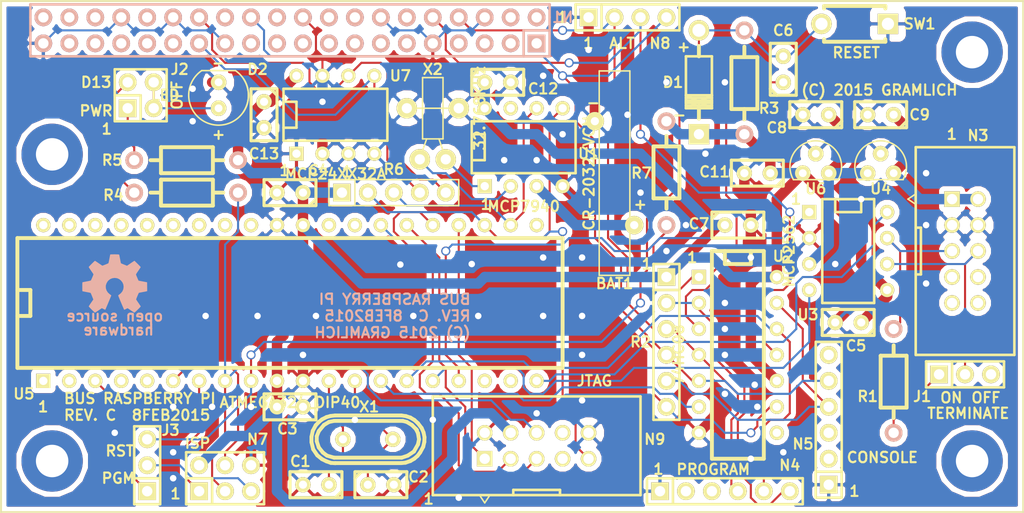
<source format=kicad_pcb>
(kicad_pcb (version 4) (host pcbnew "(2014-jul-16 BZR unknown)-product")
  (layers (0 F.Cu signal) (31 B.Cu signal) (34 B.Paste user) (35 F.Paste user) (36 B.SilkS user) (37 F.SilkS user) (38 B.Mask user) (39 F.Mask user) (44 Edge.Cuts user))
  (net 0 "")
  (net 1 /XTAL2)
  (net 2 GND)
  (net 3 /XTAL1)
  (net 4 /~RESET)
  (net 5 "Net-(D2-Pad+)")
  (net 6 "Net-(J1-Pad1)")
  (net 7 "Net-(J2-Pad1)")
  (net 8 "Net-(J2-Pad2)")
  (net 9 /MISO)
  (net 10 /SCK)
  (net 11 /MOSI)
  (net 12 /TCK)
  (net 13 /TDO)
  (net 14 /TMS)
  (net 15 /TDI)
  (net 16 /TXD0)
  (net 17 /RXD1)
  (net 18 /TXD1)
  (net 19 /RXD0)
  (net 20 /CANL)
  (net 21 /CANH)
  (net 22 "Net-(C6-Pad1)")
  (net 23 "Net-(N4-Pad6)")
  (net 24 "Net-(N4-Pad4)")
  (net 25 "Net-(N5-Pad4)")
  (net 26 +5V)
  (net 27 "Net-(U1-Pad1)")
  (net 28 "Net-(U1-Pad2)")
  (net 29 "Net-(U3-Pad8)")
  (net 30 /LPWR)
  (net 31 /BAT)
  (net 32 "Net-(N1-Pad8)")
  (net 33 "Net-(N1-Pad10)")
  (net 34 "Net-(N1-Pad24)")
  (net 35 "Net-(N1-Pad27)")
  (net 36 "Net-(N1-Pad28)")
  (net 37 "Net-(R6-Pad2)")
  (net 38 "Net-(R6-Pad3)")
  (net 39 VCC)
  (net 40 "Net-(J3-Pad1)")
  (net 41 "Net-(J3-Pad2)")
  (net 42 "Net-(R7-Pad1)")
  (module bus_raspberry_pi:Resistor_Horizontal__400 (layer F.Cu) (at 187.325 137.16 270)
    (fp_text reference R1 (at 1.524 2.54 360) (layer F.SilkS) (effects (font (size 1.016 1.016) (thickness 0.2032))))
    (fp_text value "120 1%" hide)
    (pad 1 thru_hole circle (at -5.08 0 270) (size 1.7272 1.7272) (drill 1.016) (layers *.Cu *.SilkS *.Mask) (net 21 /CANH))
    (pad 2 thru_hole circle (at 5.08 0 270) (size 1.7272 1.7272) (drill 1.016) (layers *.Cu *.SilkS *.Mask) (net 6 "Net-(J1-Pad1)"))
  )
  (module bus_raspberry_pi:Resistor_Horizontal__400 (layer F.Cu) (at 172.72 107.95 270)
    (fp_text reference R3 (at 2.54 -2.413 360) (layer F.SilkS) (effects (font (size 1.016 1.016) (thickness 0.2032))))
    (fp_text value 10K hide)
    (pad 1 thru_hole circle (at -5.08 0 270) (size 1.7272 1.7272) (drill 1.016) (layers *.Cu *.SilkS *.Mask) (net 4 /~RESET))
    (pad 2 thru_hole circle (at 5.08 0 270) (size 1.7272 1.7272) (drill 1.016) (layers *.Cu *.SilkS *.Mask) (net 39 VCC))
  )
  (module bus_raspberry_pi:Resistor_Horizontal__400 (layer F.Cu) (at 118.11 118.745)
    (fp_text reference R4 (at -7.112 0.254) (layer F.SilkS) (effects (font (size 1.016 1.016) (thickness 0.2032))))
    (fp_text value 470 hide)
    (pad 1 thru_hole circle (at -5.08 0) (size 1.7272 1.7272) (drill 1.016) (layers *.Cu *.SilkS *.Mask) (net 8 "Net-(J2-Pad2)"))
    (pad 2 thru_hole circle (at 5.08 0) (size 1.7272 1.7272) (drill 1.016) (layers *.Cu *.SilkS *.Mask) (net 10 /SCK))
  )
  (module bus_raspberry_pi:Resistor_Horizontal__400 (layer F.Cu) (at 118.11 115.57)
    (fp_text reference R5 (at -7.239 0) (layer F.SilkS) (effects (font (size 1.016 1.016) (thickness 0.2032))))
    (fp_text value 470 hide)
    (pad 1 thru_hole circle (at -5.08 0) (size 1.7272 1.7272) (drill 1.016) (layers *.Cu *.SilkS *.Mask) (net 7 "Net-(J2-Pad1)"))
    (pad 2 thru_hole circle (at 5.08 0) (size 1.7272 1.7272) (drill 1.016) (layers *.Cu *.SilkS *.Mask) (net 39 VCC))
  )
  (module bus_raspberry_pi:Resistor_Horizontal__400 (layer F.Cu) (at 165.1 116.84 90)
    (fp_text reference R7 (at 0 -2.44 180) (layer F.SilkS) (effects (font (size 1.016 1.016) (thickness 0.2032))))
    (fp_text value 100K hide)
    (pad 1 thru_hole circle (at -5.08 0 90) (size 1.7272 1.7272) (drill 1.016) (layers *.Cu *.SilkS *.Mask) (net 42 "Net-(R7-Pad1)"))
    (pad 2 thru_hole circle (at 5.08 0 90) (size 1.7272 1.7272) (drill 1.016) (layers *.Cu *.SilkS *.Mask) (net 39 VCC))
  )
  (module bus_raspberry_pi:Capacitor3MMDiscRM2.5 (layer F.Cu) (at 130.81 147.32 180)
    (fp_text reference C1 (at 1.524 2.286 180) (layer F.SilkS) (effects (font (size 1.016 1.016) (thickness 0.2032))))
    (fp_text value 18pF hide)
    (pad 1 thru_hole circle (at -1.27 0 180) (size 1.50114 1.50114) (drill 0.8001) (layers *.Cu *.Mask F.SilkS) (net 1 /XTAL2))
    (pad 2 thru_hole circle (at 1.27 0 180) (size 1.50114 1.50114) (drill 0.8001) (layers *.Cu *.Mask F.SilkS) (net 2 GND))
  )
  (module bus_raspberry_pi:Capacitor3MMDiscRM2.5 (layer F.Cu) (at 137.16 147.32)
    (fp_text reference C2 (at 3.683 -0.762) (layer F.SilkS) (effects (font (size 1.016 1.016) (thickness 0.2032))))
    (fp_text value 18pF hide)
    (pad 1 thru_hole circle (at -1.27 0) (size 1.50114 1.50114) (drill 0.8001) (layers *.Cu *.Mask F.SilkS) (net 3 /XTAL1))
    (pad 2 thru_hole circle (at 1.27 0) (size 1.50114 1.50114) (drill 0.8001) (layers *.Cu *.Mask F.SilkS) (net 2 GND))
  )
  (module bus_raspberry_pi:Capacitor3MMDiscRM2.5 (layer F.Cu) (at 128.27 139.7)
    (fp_text reference C3 (at -0.254 2.159) (layer F.SilkS) (effects (font (size 1.016 1.016) (thickness 0.2032))))
    (fp_text value .1uF hide)
    (pad 1 thru_hole circle (at -1.27 0) (size 1.50114 1.50114) (drill 0.8001) (layers *.Cu *.Mask F.SilkS) (net 39 VCC))
    (pad 2 thru_hole circle (at 1.27 0) (size 1.50114 1.50114) (drill 0.8001) (layers *.Cu *.Mask F.SilkS) (net 2 GND))
  )
  (module bus_raspberry_pi:Capacitor3MMDiscRM2.5 (layer F.Cu) (at 128.27 118.745 180)
    (fp_text reference C4 (at -2.794 2.159 180) (layer F.SilkS) (effects (font (size 1.016 1.016) (thickness 0.2032))))
    (fp_text value .1uF hide)
    (pad 1 thru_hole circle (at -1.27 0 180) (size 1.50114 1.50114) (drill 0.8001) (layers *.Cu *.Mask F.SilkS) (net 39 VCC))
    (pad 2 thru_hole circle (at 1.27 0 180) (size 1.50114 1.50114) (drill 0.8001) (layers *.Cu *.Mask F.SilkS) (net 2 GND))
  )
  (module bus_raspberry_pi:Capacitor3MMDiscRM2.5 (layer F.Cu) (at 182.88 131.445 180)
    (fp_text reference C5 (at -0.762 -2.286 180) (layer F.SilkS) (effects (font (size 1.016 1.016) (thickness 0.2032))))
    (fp_text value .1uF hide)
    (pad 1 thru_hole circle (at -1.27 0 180) (size 1.50114 1.50114) (drill 0.8001) (layers *.Cu *.Mask F.SilkS) (net 39 VCC))
    (pad 2 thru_hole circle (at 1.27 0 180) (size 1.50114 1.50114) (drill 0.8001) (layers *.Cu *.Mask F.SilkS) (net 2 GND))
  )
  (module bus_raspberry_pi:Capacitor3MMDiscRM2.5 (layer F.Cu) (at 176.53 106.68 90)
    (fp_text reference C6 (at 3.81 0 180) (layer F.SilkS) (effects (font (size 1.016 1.016) (thickness 0.2032))))
    (fp_text value .1uF hide)
    (pad 1 thru_hole circle (at -1.27 0 90) (size 1.50114 1.50114) (drill 0.8001) (layers *.Cu *.Mask F.SilkS) (net 22 "Net-(C6-Pad1)"))
    (pad 2 thru_hole circle (at 1.27 0 90) (size 1.50114 1.50114) (drill 0.8001) (layers *.Cu *.Mask F.SilkS) (net 4 /~RESET))
  )
  (module bus_raspberry_pi:Capacitor3MMDiscRM2.5 (layer F.Cu) (at 172.085 121.92)
    (fp_text reference C7 (at -3.81 -0.127) (layer F.SilkS) (effects (font (size 1.016 1.016) (thickness 0.2032))))
    (fp_text value .1uF hide)
    (pad 1 thru_hole circle (at -1.27 0) (size 1.50114 1.50114) (drill 0.8001) (layers *.Cu *.Mask F.SilkS) (net 39 VCC))
    (pad 2 thru_hole circle (at 1.27 0) (size 1.50114 1.50114) (drill 0.8001) (layers *.Cu *.Mask F.SilkS) (net 2 GND))
  )
  (module bus_raspberry_pi:Capacitor3MMDiscRM2.5 (layer F.Cu) (at 179.705 111.125 180)
    (fp_text reference C8 (at 3.81 -1.27 180) (layer F.SilkS) (effects (font (size 1.016 1.016) (thickness 0.2032))))
    (fp_text value 1uF hide)
    (pad 1 thru_hole circle (at -1.27 0 180) (size 1.50114 1.50114) (drill 0.8001) (layers *.Cu *.Mask F.SilkS) (net 26 +5V))
    (pad 2 thru_hole circle (at 1.27 0 180) (size 1.50114 1.50114) (drill 0.8001) (layers *.Cu *.Mask F.SilkS) (net 2 GND))
  )
  (module bus_raspberry_pi:Capacitor3MMDiscRM2.5 (layer F.Cu) (at 186.055 111.125 180)
    (fp_text reference C9 (at -3.81 0 180) (layer F.SilkS) (effects (font (size 1.016 1.016) (thickness 0.2032))))
    (fp_text value 1uF hide)
    (pad 1 thru_hole circle (at -1.27 0 180) (size 1.50114 1.50114) (drill 0.8001) (layers *.Cu *.Mask F.SilkS) (net 30 /LPWR))
    (pad 2 thru_hole circle (at 1.27 0 180) (size 1.50114 1.50114) (drill 0.8001) (layers *.Cu *.Mask F.SilkS) (net 2 GND))
  )
  (module bus_raspberry_pi:Capacitor3MMDiscRM2.5 (layer F.Cu) (at 173.99 116.84 180)
    (fp_text reference C11 (at 4.191 0.127 180) (layer F.SilkS) (effects (font (size 1.016 1.016) (thickness 0.2032))))
    (fp_text value .1uF hide)
    (pad 1 thru_hole circle (at -1.27 0 180) (size 1.50114 1.50114) (drill 0.8001) (layers *.Cu *.Mask F.SilkS) (net 39 VCC))
    (pad 2 thru_hole circle (at 1.27 0 180) (size 1.50114 1.50114) (drill 0.8001) (layers *.Cu *.Mask F.SilkS) (net 2 GND))
  )
  (module bus_raspberry_pi:Capacitor3MMDiscRM2.5 (layer F.Cu) (at 148.59 107.95)
    (fp_text reference C12 (at 4.445 0.635) (layer F.SilkS) (effects (font (size 1.016 1.016) (thickness 0.2032))))
    (fp_text value .1uF hide)
    (pad 1 thru_hole circle (at -1.27 0) (size 1.50114 1.50114) (drill 0.8001) (layers *.Cu *.Mask F.SilkS) (net 39 VCC))
    (pad 2 thru_hole circle (at 1.27 0) (size 1.50114 1.50114) (drill 0.8001) (layers *.Cu *.Mask F.SilkS) (net 2 GND))
  )
  (module bus_raspberry_pi:Capacitor3MMDiscRM2.5 (layer F.Cu) (at 125.73 111.125 270)
    (fp_text reference C13 (at 3.81 0 360) (layer F.SilkS) (effects (font (size 1.016 1.016) (thickness 0.2032))))
    (fp_text value .1uF hide)
    (pad 1 thru_hole circle (at -1.27 0 270) (size 1.50114 1.50114) (drill 0.8001) (layers *.Cu *.Mask F.SilkS) (net 39 VCC))
    (pad 2 thru_hole circle (at 1.27 0 270) (size 1.50114 1.50114) (drill 0.8001) (layers *.Cu *.Mask F.SilkS) (net 2 GND))
  )
  (module bus_raspberry_pi:Diode_DO-41_SOD81_Horizontal_RM10 (layer F.Cu) (at 168.275 107.95 270)
    (fp_text reference D1 (at 0 2.54 360) (layer F.SilkS) (effects (font (size 1.016 1.016) (thickness 0.2032))))
    (fp_text value SD101C-TR hide)
    (fp_text user - (at 3.175 1.905 360) (layer F.SilkS) (effects (font (size 1.016 1.016) (thickness 0.2032))))
    (fp_text user + (at -3.42 1.56 270) (layer F.SilkS) (effects (font (size 1.016 1.016) (thickness 0.2032))))
    (pad + thru_hole circle (at -5.08 0 270) (size 1.99898 1.99898) (drill 1.27) (layers *.Cu *.Mask F.SilkS) (net 4 /~RESET))
    (pad - thru_hole rect (at 5.08 0 270) (size 1.99898 1.99898) (drill 1.00076) (layers *.Cu *.Mask F.SilkS) (net 39 VCC))
  )
  (module bus_raspberry_pi:T1_LED (layer F.Cu) (at 121.285 109.22 180)
    (fp_text reference D2 (at -3.81 2.54 180) (layer F.SilkS) (effects (font (size 1.016 1.016) (thickness 0.2032))))
    (fp_text value LED (at 5.207 0 180) (layer F.SilkS) (effects (font (size 1.016 1.016) (thickness 0.2032))))
    (fp_text user - (at 0 3.175 180) (layer F.SilkS) (effects (font (size 1.016 1.016) (thickness 0.2032))))
    (fp_text user + (at 0 -3.81 180) (layer F.SilkS) (effects (font (size 1.016 1.016) (thickness 0.2032))))
    (pad + thru_hole circle (at 0 -1.27 180) (size 1.524 1.524) (drill 0.762) (layers *.Cu *.Mask F.SilkS) (net 5 "Net-(D2-Pad+)"))
    (pad - thru_hole circle (at 0 1.27 180) (size 1.524 1.524) (drill 0.762) (layers *.Cu *.Mask F.SilkS) (net 2 GND))
  )
  (module bus_raspberry_pi:OSHW_LOGO_250mil (layer B.Cu) (at 111.125 127.635 180)
    (fp_text reference H5 hide)
    (fp_text value OSHW_LOGO hide)
  )
  (module bus_raspberry_pi:Pin_Header_Straight_1x03 (layer F.Cu) (at 194.31 136.525)
    (fp_text reference J1 (at -4.191 2.159) (layer F.SilkS) (effects (font (size 1.016 1.016) (thickness 0.2032))))
    (fp_text value TERMINATE_JUMPER hide)
    (pad 1 thru_hole rect (at -2.54 0) (size 1.7272 1.7272) (drill 1.016) (layers *.Cu *.Mask F.SilkS) (net 6 "Net-(J1-Pad1)"))
    (pad 2 thru_hole circle (at 0 0) (size 1.7272 1.7272) (drill 1.016) (layers *.Cu *.Mask F.SilkS) (net 20 /CANL))
    (pad 3 thru_hole circle (at 2.54 0) (size 1.7272 1.7272) (drill 1.016) (layers *.Cu *.Mask F.SilkS))
  )
  (module bus_raspberry_pi:Pin_Header_Straight_2x02 (layer F.Cu) (at 113.665 109.22)
    (fp_text reference J2 (at 3.81 -2.54) (layer F.SilkS) (effects (font (size 1.016 1.016) (thickness 0.2032))))
    (fp_text value LED_JUMPER hide)
    (pad 1 thru_hole rect (at -1.27 1.27) (size 1.7272 1.7272) (drill 1.016) (layers *.Cu *.Mask F.SilkS) (net 7 "Net-(J2-Pad1)"))
    (pad 2 thru_hole oval (at -1.27 -1.27) (size 1.7272 1.7272) (drill 1.016) (layers *.Cu *.Mask F.SilkS) (net 8 "Net-(J2-Pad2)"))
    (pad 3 thru_hole oval (at 1.27 1.27) (size 1.7272 1.7272) (drill 1.016) (layers *.Cu *.Mask F.SilkS) (net 5 "Net-(D2-Pad+)"))
    (pad 4 thru_hole oval (at 1.27 -1.27) (size 1.7272 1.7272) (drill 1.016) (layers *.Cu *.Mask F.SilkS) (net 5 "Net-(D2-Pad+)"))
  )
  (module bus_raspberry_pi:Pin_Header_Straight_2x20 (layer B.Cu) (at 128.27 102.87 180)
    (fp_text reference N1 (at -26.67 1.27 180) (layer B.SilkS) (effects (font (size 1.016 1.016) (thickness 0.2032)) (justify mirror)))
    (fp_text value RASPI_CONNECTOR_40 hide)
    (pad 1 thru_hole rect (at -24.13 -1.27 180) (size 1.7272 1.7272) (drill 1.016) (layers *.Cu *.Mask B.SilkS))
    (pad 2 thru_hole oval (at -24.13 1.27 180) (size 1.7272 1.7272) (drill 1.016) (layers *.Cu *.Mask B.SilkS))
    (pad 3 thru_hole oval (at -21.59 -1.27 180) (size 1.7272 1.7272) (drill 1.016) (layers *.Cu *.Mask B.SilkS))
    (pad 4 thru_hole oval (at -21.59 1.27 180) (size 1.7272 1.7272) (drill 1.016) (layers *.Cu *.Mask B.SilkS))
    (pad 5 thru_hole oval (at -19.05 -1.27 180) (size 1.7272 1.7272) (drill 1.016) (layers *.Cu *.Mask B.SilkS))
    (pad 6 thru_hole oval (at -19.05 1.27 180) (size 1.7272 1.7272) (drill 1.016) (layers *.Cu *.Mask B.SilkS) (net 2 GND))
    (pad 7 thru_hole oval (at -16.51 -1.27 180) (size 1.7272 1.7272) (drill 1.016) (layers *.Cu *.Mask B.SilkS))
    (pad 8 thru_hole oval (at -16.51 1.27 180) (size 1.7272 1.7272) (drill 1.016) (layers *.Cu *.Mask B.SilkS) (net 32 "Net-(N1-Pad8)"))
    (pad 9 thru_hole oval (at -13.97 -1.27 180) (size 1.7272 1.7272) (drill 1.016) (layers *.Cu *.Mask B.SilkS) (net 2 GND))
    (pad 10 thru_hole oval (at -13.97 1.27 180) (size 1.7272 1.7272) (drill 1.016) (layers *.Cu *.Mask B.SilkS) (net 33 "Net-(N1-Pad10)"))
    (pad 11 thru_hole oval (at -11.43 -1.27 180) (size 1.7272 1.7272) (drill 1.016) (layers *.Cu *.Mask B.SilkS))
    (pad 12 thru_hole oval (at -11.43 1.27 180) (size 1.7272 1.7272) (drill 1.016) (layers *.Cu *.Mask B.SilkS))
    (pad 13 thru_hole oval (at -8.89 -1.27 180) (size 1.7272 1.7272) (drill 1.016) (layers *.Cu *.Mask B.SilkS))
    (pad 14 thru_hole oval (at -8.89 1.27 180) (size 1.7272 1.7272) (drill 1.016) (layers *.Cu *.Mask B.SilkS) (net 2 GND))
    (pad 15 thru_hole oval (at -6.35 -1.27 180) (size 1.7272 1.7272) (drill 1.016) (layers *.Cu *.Mask B.SilkS))
    (pad 16 thru_hole oval (at -6.35 1.27 180) (size 1.7272 1.7272) (drill 1.016) (layers *.Cu *.Mask B.SilkS))
    (pad 17 thru_hole oval (at -3.81 -1.27 180) (size 1.7272 1.7272) (drill 1.016) (layers *.Cu *.Mask B.SilkS))
    (pad 18 thru_hole oval (at -3.81 1.27 180) (size 1.7272 1.7272) (drill 1.016) (layers *.Cu *.Mask B.SilkS))
    (pad 19 thru_hole oval (at -1.27 -1.27 180) (size 1.7272 1.7272) (drill 1.016) (layers *.Cu *.Mask B.SilkS))
    (pad 20 thru_hole oval (at -1.27 1.27 180) (size 1.7272 1.7272) (drill 1.016) (layers *.Cu *.Mask B.SilkS) (net 2 GND))
    (pad 21 thru_hole oval (at 1.27 -1.27 180) (size 1.7272 1.7272) (drill 1.016) (layers *.Cu *.Mask B.SilkS))
    (pad 22 thru_hole oval (at 1.27 1.27 180) (size 1.7272 1.7272) (drill 1.016) (layers *.Cu *.Mask B.SilkS))
    (pad 23 thru_hole oval (at 3.81 -1.27 180) (size 1.7272 1.7272) (drill 1.016) (layers *.Cu *.Mask B.SilkS))
    (pad 24 thru_hole oval (at 3.81 1.27 180) (size 1.7272 1.7272) (drill 1.016) (layers *.Cu *.Mask B.SilkS) (net 34 "Net-(N1-Pad24)"))
    (pad 25 thru_hole oval (at 6.35 -1.27 180) (size 1.7272 1.7272) (drill 1.016) (layers *.Cu *.Mask B.SilkS) (net 2 GND))
    (pad 26 thru_hole oval (at 6.35 1.27 180) (size 1.7272 1.7272) (drill 1.016) (layers *.Cu *.Mask B.SilkS))
    (pad 27 thru_hole oval (at 8.89 -1.27 180) (size 1.7272 1.7272) (drill 1.016) (layers *.Cu *.Mask B.SilkS) (net 35 "Net-(N1-Pad27)"))
    (pad 28 thru_hole oval (at 8.89 1.27 180) (size 1.7272 1.7272) (drill 1.016) (layers *.Cu *.Mask B.SilkS) (net 36 "Net-(N1-Pad28)"))
    (pad 29 thru_hole oval (at 11.43 -1.27 180) (size 1.7272 1.7272) (drill 1.016) (layers *.Cu *.Mask B.SilkS))
    (pad 30 thru_hole oval (at 11.43 1.27 180) (size 1.7272 1.7272) (drill 1.016) (layers *.Cu *.Mask B.SilkS) (net 2 GND))
    (pad 31 thru_hole oval (at 13.97 -1.27 180) (size 1.7272 1.7272) (drill 1.016) (layers *.Cu *.Mask B.SilkS))
    (pad 32 thru_hole oval (at 13.97 1.27 180) (size 1.7272 1.7272) (drill 1.016) (layers *.Cu *.Mask B.SilkS))
    (pad 33 thru_hole oval (at 16.51 -1.27 180) (size 1.7272 1.7272) (drill 1.016) (layers *.Cu *.Mask B.SilkS))
    (pad 34 thru_hole oval (at 16.51 1.27 180) (size 1.7272 1.7272) (drill 1.016) (layers *.Cu *.Mask B.SilkS) (net 2 GND))
    (pad 35 thru_hole oval (at 19.05 -1.27 180) (size 1.7272 1.7272) (drill 1.016) (layers *.Cu *.Mask B.SilkS))
    (pad 36 thru_hole oval (at 19.05 1.27 180) (size 1.7272 1.7272) (drill 1.016) (layers *.Cu *.Mask B.SilkS))
    (pad 37 thru_hole oval (at 21.59 -1.27 180) (size 1.7272 1.7272) (drill 1.016) (layers *.Cu *.Mask B.SilkS))
    (pad 38 thru_hole oval (at 21.59 1.27 180) (size 1.7272 1.7272) (drill 1.016) (layers *.Cu *.Mask B.SilkS))
    (pad 39 thru_hole oval (at 24.13 -1.27 180) (size 1.7272 1.7272) (drill 1.016) (layers *.Cu *.Mask B.SilkS) (net 2 GND))
    (pad 40 thru_hole oval (at 24.13 1.27 180) (size 1.7272 1.7272) (drill 1.016) (layers *.Cu *.Mask B.SilkS))
  )
  (module bus_raspberry_pi:Pin_Header_Straight_2x05_Shrouded (layer F.Cu) (at 194.31 124.46 270)
    (fp_text reference N3 (at -11.303 -1.27 540) (layer F.SilkS) (effects (font (size 1.016 1.016) (thickness 0.2032))))
    (fp_text value BUS_HEADER hide)
    (pad 1 thru_hole rect (at -5.08 1.27 270) (size 1.524 1.524) (drill 1.016) (layers *.Cu *.Mask F.SilkS) (net 30 /LPWR))
    (pad 2 thru_hole circle (at -5.08 -1.27 270) (size 1.524 1.524) (drill 1.016) (layers *.Cu *.Mask F.SilkS) (net 30 /LPWR))
    (pad 3 thru_hole circle (at -2.54 1.27 270) (size 1.524 1.524) (drill 1.016) (layers *.Cu *.Mask F.SilkS) (net 2 GND))
    (pad 4 thru_hole circle (at -2.54 -1.27 270) (size 1.524 1.524) (drill 1.016) (layers *.Cu *.Mask F.SilkS) (net 2 GND))
    (pad 5 thru_hole circle (at 0 1.27 270) (size 1.524 1.524) (drill 1.016) (layers *.Cu *.Mask F.SilkS) (net 21 /CANH))
    (pad 6 thru_hole circle (at 0 -1.27 270) (size 1.524 1.524) (drill 1.016) (layers *.Cu *.Mask F.SilkS) (net 20 /CANL))
    (pad 7 thru_hole circle (at 2.54 1.27 270) (size 1.524 1.524) (drill 1.016) (layers *.Cu *.Mask F.SilkS))
    (pad 8 thru_hole circle (at 2.54 -1.27 270) (size 1.524 1.524) (drill 1.016) (layers *.Cu *.Mask F.SilkS))
    (pad 9 thru_hole circle (at 5.08 1.27 270) (size 1.524 1.524) (drill 1.016) (layers *.Cu *.Mask F.SilkS))
    (pad 10 thru_hole circle (at 5.08 -1.27 270) (size 1.524 1.524) (drill 1.016) (layers *.Cu *.Mask F.SilkS))
  )
  (module bus_raspberry_pi:Pin_Header_Straight_1x06 (layer F.Cu) (at 170.815 147.955)
    (fp_text reference N4 (at 6.35 -2.54) (layer F.SilkS) (effects (font (size 1.016 1.016) (thickness 0.2032))))
    (fp_text value FTDI_HEADER hide)
    (pad 1 thru_hole rect (at -6.35 0) (size 1.7272 1.7272) (drill 1.016) (layers *.Cu *.Mask F.SilkS) (net 2 GND))
    (pad 2 thru_hole circle (at -3.81 0) (size 1.7272 1.7272) (drill 1.016) (layers *.Cu *.Mask F.SilkS))
    (pad 3 thru_hole circle (at -1.27 0) (size 1.7272 1.7272) (drill 1.016) (layers *.Cu *.Mask F.SilkS))
    (pad 4 thru_hole circle (at 1.27 0) (size 1.7272 1.7272) (drill 1.016) (layers *.Cu *.Mask F.SilkS) (net 24 "Net-(N4-Pad4)"))
    (pad 5 thru_hole circle (at 3.81 0) (size 1.7272 1.7272) (drill 1.016) (layers *.Cu *.Mask F.SilkS) (net 16 /TXD0))
    (pad 6 thru_hole circle (at 6.35 0) (size 1.7272 1.7272) (drill 1.016) (layers *.Cu *.Mask F.SilkS) (net 23 "Net-(N4-Pad6)"))
  )
  (module bus_raspberry_pi:Pin_Header_Straight_1x06 (layer F.Cu) (at 180.975 140.97 90)
    (fp_text reference N5 (at -2.3622 -2.5146 180) (layer F.SilkS) (effects (font (size 1.016 1.016) (thickness 0.2032))))
    (fp_text value FTDI_HEADER hide)
    (pad 1 thru_hole rect (at -6.35 0 90) (size 1.7272 1.7272) (drill 1.016) (layers *.Cu *.Mask F.SilkS) (net 2 GND))
    (pad 2 thru_hole circle (at -3.81 0 90) (size 1.7272 1.7272) (drill 1.016) (layers *.Cu *.Mask F.SilkS))
    (pad 3 thru_hole circle (at -1.27 0 90) (size 1.7272 1.7272) (drill 1.016) (layers *.Cu *.Mask F.SilkS))
    (pad 4 thru_hole circle (at 1.27 0 90) (size 1.7272 1.7272) (drill 1.016) (layers *.Cu *.Mask F.SilkS) (net 25 "Net-(N5-Pad4)"))
    (pad 5 thru_hole circle (at 3.81 0 90) (size 1.7272 1.7272) (drill 1.016) (layers *.Cu *.Mask F.SilkS) (net 32 "Net-(N1-Pad8)"))
    (pad 6 thru_hole circle (at 6.35 0 90) (size 1.7272 1.7272) (drill 1.016) (layers *.Cu *.Mask F.SilkS))
  )
  (module bus_raspberry_pi:Pin_Header_Straight_2x03 (layer F.Cu) (at 121.92 146.685)
    (fp_text reference N7 (at 3.175 -3.81) (layer F.SilkS) (effects (font (size 1.016 1.016) (thickness 0.2032))))
    (fp_text value AVR_ISP_HEADER hide)
    (pad 1 thru_hole rect (at -2.54 1.27) (size 1.7272 1.7272) (drill 1.016) (layers *.Cu *.Mask F.SilkS) (net 9 /MISO))
    (pad 2 thru_hole oval (at -2.54 -1.27) (size 1.7272 1.7272) (drill 1.016) (layers *.Cu *.Mask F.SilkS) (net 39 VCC))
    (pad 3 thru_hole oval (at 0 1.27) (size 1.7272 1.7272) (drill 1.016) (layers *.Cu *.Mask F.SilkS) (net 10 /SCK))
    (pad 4 thru_hole oval (at 0 -1.27) (size 1.7272 1.7272) (drill 1.016) (layers *.Cu *.Mask F.SilkS) (net 11 /MOSI))
    (pad 5 thru_hole oval (at 2.54 1.27) (size 1.7272 1.7272) (drill 1.016) (layers *.Cu *.Mask F.SilkS) (net 41 "Net-(J3-Pad2)"))
    (pad 6 thru_hole oval (at 2.54 -1.27) (size 1.7272 1.7272) (drill 1.016) (layers *.Cu *.Mask F.SilkS) (net 2 GND))
  )
  (module bus_raspberry_pi:Pin_Header_Straight_1x04 (layer F.Cu) (at 161.29 101.6)
    (fp_text reference N8 (at 3.175 2.54) (layer F.SilkS) (effects (font (size 1.016 1.016) (thickness 0.2032))))
    (fp_text value SERIAL_CONNECTOR hide)
    (pad 1 thru_hole rect (at -3.81 0) (size 1.7272 1.7272) (drill 1.016) (layers *.Cu *.Mask F.SilkS) (net 2 GND))
    (pad 2 thru_hole circle (at -1.27 0) (size 1.7272 1.7272) (drill 1.016) (layers *.Cu *.Mask F.SilkS) (net 32 "Net-(N1-Pad8)"))
    (pad 3 thru_hole circle (at 1.27 0) (size 1.7272 1.7272) (drill 1.016) (layers *.Cu *.Mask F.SilkS) (net 33 "Net-(N1-Pad10)"))
    (pad 4 thru_hole circle (at 3.81 0) (size 1.7272 1.7272) (drill 1.016) (layers *.Cu *.Mask F.SilkS) (net 34 "Net-(N1-Pad24)"))
  )
  (module bus_raspberry_pi:Pin_Header_Straight_2x05_Shrouded (layer F.Cu) (at 152.4 143.51)
    (fp_text reference N9 (at 11.557 -0.635 180) (layer F.SilkS) (effects (font (size 1.016 1.016) (thickness 0.2032))))
    (fp_text value JTAG_HEADER hide)
    (pad 1 thru_hole rect (at -5.08 1.27) (size 1.524 1.524) (drill 1.016) (layers *.Cu *.Mask F.SilkS) (net 12 /TCK))
    (pad 2 thru_hole circle (at -5.08 -1.27) (size 1.524 1.524) (drill 1.016) (layers *.Cu *.Mask F.SilkS) (net 2 GND))
    (pad 3 thru_hole circle (at -2.54 1.27) (size 1.524 1.524) (drill 1.016) (layers *.Cu *.Mask F.SilkS) (net 13 /TDO))
    (pad 4 thru_hole circle (at -2.54 -1.27) (size 1.524 1.524) (drill 1.016) (layers *.Cu *.Mask F.SilkS) (net 39 VCC))
    (pad 5 thru_hole circle (at 0 1.27) (size 1.524 1.524) (drill 1.016) (layers *.Cu *.Mask F.SilkS) (net 14 /TMS))
    (pad 6 thru_hole circle (at 0 -1.27) (size 1.524 1.524) (drill 1.016) (layers *.Cu *.Mask F.SilkS) (net 10 /SCK))
    (pad 7 thru_hole circle (at 2.54 1.27) (size 1.524 1.524) (drill 1.016) (layers *.Cu *.Mask F.SilkS))
    (pad 8 thru_hole circle (at 2.54 -1.27) (size 1.524 1.524) (drill 1.016) (layers *.Cu *.Mask F.SilkS))
    (pad 9 thru_hole circle (at 5.08 1.27) (size 1.524 1.524) (drill 1.016) (layers *.Cu *.Mask F.SilkS) (net 15 /TDI))
    (pad 10 thru_hole circle (at 5.08 -1.27) (size 1.524 1.524) (drill 1.016) (layers *.Cu *.Mask F.SilkS) (net 2 GND))
  )
  (module bus_raspberry_pi:Pin_Header_Straight_1x06 (layer F.Cu) (at 165.1 133.35 270)
    (fp_text reference R2 (at 0 2.54 360) (layer F.SilkS) (effects (font (size 1.016 1.016) (thickness 0.2032))))
    (fp_text value 100K_SIP6 hide)
    (pad 1 thru_hole rect (at -6.35 0 270) (size 1.7272 1.7272) (drill 1.016) (layers *.Cu *.Mask F.SilkS) (net 39 VCC))
    (pad 2 thru_hole circle (at -3.81 0 270) (size 1.7272 1.7272) (drill 1.016) (layers *.Cu *.Mask F.SilkS) (net 23 "Net-(N4-Pad6)"))
    (pad 3 thru_hole circle (at -1.27 0 270) (size 1.7272 1.7272) (drill 1.016) (layers *.Cu *.Mask F.SilkS) (net 24 "Net-(N4-Pad4)"))
    (pad 4 thru_hole circle (at 1.27 0 270) (size 1.7272 1.7272) (drill 1.016) (layers *.Cu *.Mask F.SilkS) (net 32 "Net-(N1-Pad8)"))
    (pad 5 thru_hole circle (at 3.81 0 270) (size 1.7272 1.7272) (drill 1.016) (layers *.Cu *.Mask F.SilkS) (net 25 "Net-(N5-Pad4)"))
    (pad 6 thru_hole circle (at 6.35 0 270) (size 1.7272 1.7272) (drill 1.016) (layers *.Cu *.Mask F.SilkS) (net 34 "Net-(N1-Pad24)"))
  )
  (module bus_raspberry_pi:Button_6.5MM (layer F.Cu) (at 183.515 102.235 180)
    (fp_text reference SW1 (at -6.35 0 360) (layer F.SilkS) (effects (font (size 1.016 1.016) (thickness 0.2032))))
    (fp_text value MJTP1243 hide)
    (pad 1 thru_hole rect (at -3.2512 0 180) (size 1.99898 1.99898) (drill 1.19888) (layers *.Cu *.Mask F.SilkS) (net 2 GND))
    (pad 2 thru_hole circle (at 3.2512 0 180) (size 1.99898 1.99898) (drill 1.19888) (layers *.Cu *.Mask F.SilkS) (net 4 /~RESET))
  )
  (module bus_raspberry_pi:DIP-8__300 (layer F.Cu) (at 151.13 114.3)
    (fp_text reference U1 (at 6.35 0.635 180) (layer F.SilkS) (effects (font (size 1.016 1.016) (thickness 0.2032))))
    (fp_text value MCP7940 (at 0 5.79) (layer F.SilkS) (effects (font (size 1.016 1.016) (thickness 0.2032))))
    (pad 1 thru_hole rect (at -3.81 3.81) (size 1.397 1.397) (drill 0.8128) (layers *.Cu *.Mask F.SilkS) (net 27 "Net-(U1-Pad1)"))
    (pad 2 thru_hole circle (at -1.27 3.81) (size 1.397 1.397) (drill 0.8128) (layers *.Cu *.Mask F.SilkS) (net 28 "Net-(U1-Pad2)"))
    (pad 3 thru_hole circle (at 1.27 3.81) (size 1.397 1.397) (drill 0.8128) (layers *.Cu *.Mask F.SilkS) (net 31 /BAT))
    (pad 4 thru_hole circle (at 3.81 3.81) (size 1.397 1.397) (drill 0.8128) (layers *.Cu *.Mask F.SilkS) (net 2 GND))
    (pad 5 thru_hole circle (at 3.81 -3.81) (size 1.397 1.397) (drill 0.8128) (layers *.Cu *.Mask F.SilkS) (net 37 "Net-(R6-Pad2)"))
    (pad 6 thru_hole circle (at 1.27 -3.81) (size 1.397 1.397) (drill 0.8128) (layers *.Cu *.Mask F.SilkS) (net 38 "Net-(R6-Pad3)"))
    (pad 7 thru_hole circle (at -1.27 -3.81) (size 1.397 1.397) (drill 0.8128) (layers *.Cu *.Mask F.SilkS))
    (pad 8 thru_hole circle (at -3.81 -3.81) (size 1.397 1.397) (drill 0.8128) (layers *.Cu *.Mask F.SilkS) (net 39 VCC))
  )
  (module bus_raspberry_pi:DIP-14__300 (layer F.Cu) (at 172.085 134.62 270)
    (fp_text reference U2 (at -9.652 -4.445 360) (layer F.SilkS) (effects (font (size 1.016 1.016) (thickness 0.2032))))
    (fp_text value 74HC08 (at 0 5.8 270) (layer F.SilkS) (effects (font (size 1.016 1.016) (thickness 0.2032))))
    (pad 1 thru_hole rect (at -7.62 3.81 270) (size 1.397 1.397) (drill 0.8128) (layers *.Cu *.Mask F.SilkS) (net 42 "Net-(R7-Pad1)"))
    (pad 2 thru_hole circle (at -5.08 3.81 270) (size 1.397 1.397) (drill 0.8128) (layers *.Cu *.Mask F.SilkS) (net 23 "Net-(N4-Pad6)"))
    (pad 3 thru_hole circle (at -2.54 3.81 270) (size 1.397 1.397) (drill 0.8128) (layers *.Cu *.Mask F.SilkS) (net 22 "Net-(C6-Pad1)"))
    (pad 4 thru_hole circle (at 0 3.81 270) (size 1.397 1.397) (drill 0.8128) (layers *.Cu *.Mask F.SilkS) (net 24 "Net-(N4-Pad4)"))
    (pad 5 thru_hole circle (at 2.54 3.81 270) (size 1.397 1.397) (drill 0.8128) (layers *.Cu *.Mask F.SilkS) (net 32 "Net-(N1-Pad8)"))
    (pad 6 thru_hole circle (at 5.08 3.81 270) (size 1.397 1.397) (drill 0.8128) (layers *.Cu *.Mask F.SilkS) (net 19 /RXD0))
    (pad 7 thru_hole circle (at 7.62 3.81 270) (size 1.397 1.397) (drill 0.8128) (layers *.Cu *.Mask F.SilkS) (net 2 GND))
    (pad 8 thru_hole circle (at 7.62 -3.81 270) (size 1.397 1.397) (drill 0.8128) (layers *.Cu *.Mask F.SilkS))
    (pad 9 thru_hole circle (at 5.08 -3.81 270) (size 1.397 1.397) (drill 0.8128) (layers *.Cu *.Mask F.SilkS) (net 34 "Net-(N1-Pad24)"))
    (pad 10 thru_hole circle (at 2.54 -3.81 270) (size 1.397 1.397) (drill 0.8128) (layers *.Cu *.Mask F.SilkS) (net 39 VCC))
    (pad 11 thru_hole circle (at 0 -3.81 270) (size 1.397 1.397) (drill 0.8128) (layers *.Cu *.Mask F.SilkS) (net 33 "Net-(N1-Pad10)"))
    (pad 12 thru_hole circle (at -2.54 -3.81 270) (size 1.397 1.397) (drill 0.8128) (layers *.Cu *.Mask F.SilkS) (net 16 /TXD0))
    (pad 13 thru_hole circle (at -5.08 -3.81 270) (size 1.397 1.397) (drill 0.8128) (layers *.Cu *.Mask F.SilkS) (net 25 "Net-(N5-Pad4)"))
    (pad 14 thru_hole circle (at -7.62 -3.81 270) (size 1.397 1.397) (drill 0.8128) (layers *.Cu *.Mask F.SilkS) (net 39 VCC))
  )
  (module bus_raspberry_pi:DIP-8__300 (layer F.Cu) (at 182.88 124.46 270)
    (fp_text reference U3 (at 6.223 3.937 540) (layer F.SilkS) (effects (font (size 1.016 1.016) (thickness 0.2032))))
    (fp_text value MCP2562 (at 0 5.79 270) (layer F.SilkS) (effects (font (size 1.016 1.016) (thickness 0.2032))))
    (pad 1 thru_hole rect (at -3.81 3.81 270) (size 1.397 1.397) (drill 0.8128) (layers *.Cu *.Mask F.SilkS) (net 18 /TXD1))
    (pad 2 thru_hole circle (at -1.27 3.81 270) (size 1.397 1.397) (drill 0.8128) (layers *.Cu *.Mask F.SilkS) (net 2 GND))
    (pad 3 thru_hole circle (at 1.27 3.81 270) (size 1.397 1.397) (drill 0.8128) (layers *.Cu *.Mask F.SilkS) (net 26 +5V))
    (pad 4 thru_hole circle (at 3.81 3.81 270) (size 1.397 1.397) (drill 0.8128) (layers *.Cu *.Mask F.SilkS) (net 17 /RXD1))
    (pad 5 thru_hole circle (at 3.81 -3.81 270) (size 1.397 1.397) (drill 0.8128) (layers *.Cu *.Mask F.SilkS) (net 39 VCC))
    (pad 6 thru_hole circle (at 1.27 -3.81 270) (size 1.397 1.397) (drill 0.8128) (layers *.Cu *.Mask F.SilkS) (net 20 /CANL))
    (pad 7 thru_hole circle (at -1.27 -3.81 270) (size 1.397 1.397) (drill 0.8128) (layers *.Cu *.Mask F.SilkS) (net 21 /CANH))
    (pad 8 thru_hole circle (at -3.81 -3.81 270) (size 1.397 1.397) (drill 0.8128) (layers *.Cu *.Mask F.SilkS) (net 29 "Net-(U3-Pad8)"))
  )
  (module bus_raspberry_pi:TO92_123 (layer F.Cu) (at 186.055 116.205)
    (fp_text reference U4 (at 0 2.159 180) (layer F.SilkS) (effects (font (size 1.016 1.016) (thickness 0.2032))))
    (fp_text value L78L05AC hide)
    (pad 1 thru_hole circle (at -1.27 0.635) (size 1.524 1.524) (drill 0.762) (layers *.Cu *.Mask F.SilkS) (net 26 +5V))
    (pad 2 thru_hole circle (at 0 -1.27) (size 1.524 1.524) (drill 0.762) (layers *.Cu *.Mask F.SilkS) (net 2 GND))
    (pad 3 thru_hole circle (at 1.27 0.635) (size 1.524 1.524) (drill 0.762) (layers *.Cu *.Mask F.SilkS) (net 30 /LPWR))
  )
  (module bus_raspberry_pi:DIP-40__600 (layer F.Cu) (at 128.27 129.54)
    (fp_text reference U5 (at -26.035 8.89) (layer F.SilkS) (effects (font (size 1.016 1.016) (thickness 0.2032))))
    (fp_text value ATMEGA324_DIP40 (at 0 9.73) (layer F.SilkS) (effects (font (size 1.016 1.016) (thickness 0.2032))))
    (pad 1 thru_hole rect (at -24.13 7.62) (size 1.397 1.397) (drill 0.8128) (layers *.Cu *.Mask F.SilkS))
    (pad 2 thru_hole circle (at -21.59 7.62) (size 1.397 1.397) (drill 0.8128) (layers *.Cu *.Mask F.SilkS))
    (pad 3 thru_hole circle (at -19.05 7.62) (size 1.397 1.397) (drill 0.8128) (layers *.Cu *.Mask F.SilkS) (net 40 "Net-(J3-Pad1)"))
    (pad 4 thru_hole circle (at -16.51 7.62) (size 1.397 1.397) (drill 0.8128) (layers *.Cu *.Mask F.SilkS))
    (pad 5 thru_hole circle (at -13.97 7.62) (size 1.397 1.397) (drill 0.8128) (layers *.Cu *.Mask F.SilkS))
    (pad 6 thru_hole circle (at -11.43 7.62) (size 1.397 1.397) (drill 0.8128) (layers *.Cu *.Mask F.SilkS) (net 11 /MOSI))
    (pad 7 thru_hole circle (at -8.89 7.62) (size 1.397 1.397) (drill 0.8128) (layers *.Cu *.Mask F.SilkS) (net 9 /MISO))
    (pad 8 thru_hole circle (at -6.35 7.62) (size 1.397 1.397) (drill 0.8128) (layers *.Cu *.Mask F.SilkS) (net 10 /SCK))
    (pad 9 thru_hole circle (at -3.81 7.62) (size 1.397 1.397) (drill 0.8128) (layers *.Cu *.Mask F.SilkS) (net 4 /~RESET))
    (pad 10 thru_hole circle (at -1.27 7.62) (size 1.397 1.397) (drill 0.8128) (layers *.Cu *.Mask F.SilkS) (net 39 VCC))
    (pad 11 thru_hole circle (at 1.27 7.62) (size 1.397 1.397) (drill 0.8128) (layers *.Cu *.Mask F.SilkS) (net 2 GND))
    (pad 12 thru_hole circle (at 3.81 7.62) (size 1.397 1.397) (drill 0.8128) (layers *.Cu *.Mask F.SilkS) (net 1 /XTAL2))
    (pad 13 thru_hole circle (at 6.35 7.62) (size 1.397 1.397) (drill 0.8128) (layers *.Cu *.Mask F.SilkS) (net 3 /XTAL1))
    (pad 14 thru_hole circle (at 8.89 7.62) (size 1.397 1.397) (drill 0.8128) (layers *.Cu *.Mask F.SilkS) (net 19 /RXD0))
    (pad 15 thru_hole circle (at 11.43 7.62) (size 1.397 1.397) (drill 0.8128) (layers *.Cu *.Mask F.SilkS) (net 16 /TXD0))
    (pad 16 thru_hole circle (at 13.97 7.62) (size 1.397 1.397) (drill 0.8128) (layers *.Cu *.Mask F.SilkS) (net 17 /RXD1))
    (pad 17 thru_hole circle (at 16.51 7.62) (size 1.397 1.397) (drill 0.8128) (layers *.Cu *.Mask F.SilkS) (net 18 /TXD1))
    (pad 18 thru_hole circle (at 19.05 7.62) (size 1.397 1.397) (drill 0.8128) (layers *.Cu *.Mask F.SilkS))
    (pad 19 thru_hole circle (at 21.59 7.62) (size 1.397 1.397) (drill 0.8128) (layers *.Cu *.Mask F.SilkS))
    (pad 20 thru_hole circle (at 24.13 7.62) (size 1.397 1.397) (drill 0.8128) (layers *.Cu *.Mask F.SilkS) (net 29 "Net-(U3-Pad8)"))
    (pad 21 thru_hole circle (at 24.13 -7.62) (size 1.397 1.397) (drill 0.8128) (layers *.Cu *.Mask F.SilkS))
    (pad 22 thru_hole circle (at 21.59 -7.62) (size 1.397 1.397) (drill 0.8128) (layers *.Cu *.Mask F.SilkS) (net 38 "Net-(R6-Pad3)"))
    (pad 23 thru_hole circle (at 19.05 -7.62) (size 1.397 1.397) (drill 0.8128) (layers *.Cu *.Mask F.SilkS) (net 37 "Net-(R6-Pad2)"))
    (pad 24 thru_hole circle (at 16.51 -7.62) (size 1.397 1.397) (drill 0.8128) (layers *.Cu *.Mask F.SilkS) (net 12 /TCK))
    (pad 25 thru_hole circle (at 13.97 -7.62) (size 1.397 1.397) (drill 0.8128) (layers *.Cu *.Mask F.SilkS) (net 14 /TMS))
    (pad 26 thru_hole circle (at 11.43 -7.62) (size 1.397 1.397) (drill 0.8128) (layers *.Cu *.Mask F.SilkS) (net 13 /TDO))
    (pad 27 thru_hole circle (at 8.89 -7.62) (size 1.397 1.397) (drill 0.8128) (layers *.Cu *.Mask F.SilkS) (net 15 /TDI))
    (pad 28 thru_hole circle (at 6.35 -7.62) (size 1.397 1.397) (drill 0.8128) (layers *.Cu *.Mask F.SilkS))
    (pad 29 thru_hole circle (at 3.81 -7.62) (size 1.397 1.397) (drill 0.8128) (layers *.Cu *.Mask F.SilkS))
    (pad 30 thru_hole circle (at 1.27 -7.62) (size 1.397 1.397) (drill 0.8128) (layers *.Cu *.Mask F.SilkS) (net 39 VCC))
    (pad 31 thru_hole circle (at -1.27 -7.62) (size 1.397 1.397) (drill 0.8128) (layers *.Cu *.Mask F.SilkS) (net 2 GND))
    (pad 32 thru_hole circle (at -3.81 -7.62) (size 1.397 1.397) (drill 0.8128) (layers *.Cu *.Mask F.SilkS))
    (pad 33 thru_hole circle (at -6.35 -7.62) (size 1.397 1.397) (drill 0.8128) (layers *.Cu *.Mask F.SilkS))
    (pad 34 thru_hole circle (at -8.89 -7.62) (size 1.397 1.397) (drill 0.8128) (layers *.Cu *.Mask F.SilkS))
    (pad 35 thru_hole circle (at -11.43 -7.62) (size 1.397 1.397) (drill 0.8128) (layers *.Cu *.Mask F.SilkS))
    (pad 36 thru_hole circle (at -13.97 -7.62) (size 1.397 1.397) (drill 0.8128) (layers *.Cu *.Mask F.SilkS))
    (pad 37 thru_hole circle (at -16.51 -7.62) (size 1.397 1.397) (drill 0.8128) (layers *.Cu *.Mask F.SilkS))
    (pad 38 thru_hole circle (at -19.05 -7.62) (size 1.397 1.397) (drill 0.8128) (layers *.Cu *.Mask F.SilkS))
    (pad 39 thru_hole circle (at -21.59 -7.62) (size 1.397 1.397) (drill 0.8128) (layers *.Cu *.Mask F.SilkS))
    (pad 40 thru_hole circle (at -24.13 -7.62) (size 1.397 1.397) (drill 0.8128) (layers *.Cu *.Mask F.SilkS))
  )
  (module bus_raspberry_pi:TO92_123 (layer F.Cu) (at 179.705 116.205)
    (fp_text reference U6 (at 0 2.159 180) (layer F.SilkS) (effects (font (size 1.016 1.016) (thickness 0.2032))))
    (fp_text value L78L33AC hide)
    (pad 1 thru_hole circle (at -1.27 0.635) (size 1.524 1.524) (drill 0.762) (layers *.Cu *.Mask F.SilkS) (net 39 VCC))
    (pad 2 thru_hole circle (at 0 -1.27) (size 1.524 1.524) (drill 0.762) (layers *.Cu *.Mask F.SilkS) (net 2 GND))
    (pad 3 thru_hole circle (at 1.27 0.635) (size 1.524 1.524) (drill 0.762) (layers *.Cu *.Mask F.SilkS) (net 26 +5V))
  )
  (module bus_raspberry_pi:DIP-8__300 (layer F.Cu) (at 132.715 111.125)
    (fp_text reference U7 (at 6.35 -3.81 180) (layer F.SilkS) (effects (font (size 1.016 1.016) (thickness 0.2032))))
    (fp_text value MCP24XX32A (at 0 5.79) (layer F.SilkS) (effects (font (size 1.016 1.016) (thickness 0.2032))))
    (pad 1 thru_hole rect (at -3.81 3.81) (size 1.397 1.397) (drill 0.8128) (layers *.Cu *.Mask F.SilkS) (net 2 GND))
    (pad 2 thru_hole circle (at -1.27 3.81) (size 1.397 1.397) (drill 0.8128) (layers *.Cu *.Mask F.SilkS) (net 2 GND))
    (pad 3 thru_hole circle (at 1.27 3.81) (size 1.397 1.397) (drill 0.8128) (layers *.Cu *.Mask F.SilkS) (net 2 GND))
    (pad 4 thru_hole circle (at 3.81 3.81) (size 1.397 1.397) (drill 0.8128) (layers *.Cu *.Mask F.SilkS) (net 2 GND))
    (pad 5 thru_hole circle (at 3.81 -3.81) (size 1.397 1.397) (drill 0.8128) (layers *.Cu *.Mask F.SilkS) (net 35 "Net-(N1-Pad27)"))
    (pad 6 thru_hole circle (at 1.27 -3.81) (size 1.397 1.397) (drill 0.8128) (layers *.Cu *.Mask F.SilkS) (net 36 "Net-(N1-Pad28)"))
    (pad 7 thru_hole circle (at -1.27 -3.81) (size 1.397 1.397) (drill 0.8128) (layers *.Cu *.Mask F.SilkS) (net 2 GND))
    (pad 8 thru_hole circle (at -3.81 -3.81) (size 1.397 1.397) (drill 0.8128) (layers *.Cu *.Mask F.SilkS) (net 39 VCC))
  )
  (module bus_raspberry_pi:Crystal_HC49-U_Vertical (layer F.Cu) (at 135.89 142.875)
    (fp_text reference X1 (at 0.127 -3.175) (layer F.SilkS) (effects (font (size 1.016 1.016) (thickness 0.2032))))
    (fp_text value 16MHz hide)
    (pad 1 thru_hole circle (at -2.44094 0) (size 1.50114 1.50114) (drill 0.8001) (layers *.Cu *.Mask F.SilkS) (net 1 /XTAL2))
    (pad 2 thru_hole circle (at 2.44094 0) (size 1.50114 1.50114) (drill 0.8001) (layers *.Cu *.Mask F.SilkS) (net 3 /XTAL1))
  )
  (module bus_raspberry_pi:RTC_CRYSTAL (layer F.Cu) (at 142.24 110.49 270)
    (fp_text reference X2 (at -3.81 0 360) (layer F.SilkS) (effects (font (size 1.016 1.016) (thickness 0.2032))))
    (fp_text value 32.768KHz (at 0 -4.6 270) (layer F.SilkS) (effects (font (size 1.016 1.016) (thickness 0.2032))))
    (pad 1 thru_hole circle (at 5 -1.27 270) (size 2 2) (drill 1) (layers *.Cu *.Mask F.SilkS) (net 27 "Net-(U1-Pad1)"))
    (pad 2 thru_hole circle (at 5 1.27 270) (size 2 2) (drill 1) (layers *.Cu *.Mask F.SilkS) (net 28 "Net-(U1-Pad2)"))
    (pad 3 thru_hole circle (at 0 -2.54 270) (size 2 2) (drill 1) (layers *.Cu *.Mask F.SilkS) (net 2 GND))
    (pad 4 thru_hole circle (at 0 2.54 270) (size 2 2) (drill 1) (layers *.Cu *.Mask F.SilkS) (net 2 GND))
  )
  (module bus_raspberry_pi:Pin_Header_Straight_1x05 (layer F.Cu) (at 138.43 118.745)
    (fp_text reference R6 (at 0 -2.286) (layer F.SilkS) (effects (font (size 1.016 1.016) (thickness 0.2032))))
    (fp_text value 3K9_SIP5 hide)
    (pad 1 thru_hole rect (at -5.08 0) (size 1.7272 1.7272) (drill 1.016) (layers *.Cu *.Mask F.SilkS) (net 39 VCC))
    (pad 2 thru_hole circle (at -2.54 0) (size 1.7272 1.7272) (drill 1.016) (layers *.Cu *.Mask F.SilkS) (net 37 "Net-(R6-Pad2)"))
    (pad 3 thru_hole circle (at 0 0) (size 1.7272 1.7272) (drill 1.016) (layers *.Cu *.Mask F.SilkS) (net 38 "Net-(R6-Pad3)"))
    (pad 4 thru_hole circle (at 2.54 0) (size 1.7272 1.7272) (drill 1.016) (layers *.Cu *.Mask F.SilkS) (net 35 "Net-(N1-Pad27)"))
    (pad 5 thru_hole circle (at 5.08 0) (size 1.7272 1.7272) (drill 1.016) (layers *.Cu *.Mask F.SilkS) (net 36 "Net-(N1-Pad28)"))
  )
  (module bus_raspberry_pi:MountingHole_3mm (layer F.Cu) (at 195 145)
    (fp_text reference H4 (at 0.235001 -0.35499) (layer F.SilkS) (effects (font (size 1.016 1.016) (thickness 0.2032))))
    (fp_text value 3MM_HOLE hide)
    (pad 1 thru_hole circle (at 0 0) (size 6 6) (drill 3.175) (layers *.Cu))
  )
  (module bus_raspberry_pi:MountingHole_3mm (layer F.Cu) (at 105 145)
    (fp_text reference H3 (at 0.235001 -0.35499) (layer F.SilkS) (effects (font (size 1.016 1.016) (thickness 0.2032))))
    (fp_text value 3MM_HOLE hide)
    (pad 1 thru_hole circle (at 0 0) (size 6 6) (drill 3.175) (layers *.Cu))
  )
  (module bus_raspberry_pi:MountingHole_3mm (layer F.Cu) (at 195 105)
    (fp_text reference H2 (at 0.235001 -0.35499) (layer F.SilkS) (effects (font (size 1.016 1.016) (thickness 0.2032))))
    (fp_text value 3MM_HOLE hide)
    (pad 1 thru_hole circle (at 0 0) (size 6 6) (drill 3.175) (layers *.Cu))
  )
  (module bus_raspberry_pi:MountingHole_3mm (layer F.Cu) (at 105 115)
    (fp_text reference H1 (at 0.235001 -0.35499) (layer F.SilkS) (effects (font (size 1.016 1.016) (thickness 0.2032))))
    (fp_text value 3MM_HOLE hide)
    (pad 1 thru_hole circle (at 0 0) (size 6 6) (drill 3.175) (layers *.Cu))
  )
  (module bus_raspberry_pi:10MM_BATTERY (layer F.Cu) (at 160.02 116.84 90)
    (fp_text reference BAT1 (at -10.795 0 180) (layer F.SilkS) (effects (font (size 1.016 1.016) (thickness 0.2032))))
    (fp_text value CR-2032/VCN (at 0 -2.5 90) (layer F.SilkS) (effects (font (size 1.016 1.016) (thickness 0.2032))))
    (pad + thru_hole circle (at -5.085 1.925 90) (size 1.8 1.8) (drill 0.8) (layers *.Cu *.Mask F.SilkS) (net 31 /BAT))
    (pad - thru_hole circle (at 5.085 -1.925 90) (size 1.8 1.8) (drill 0.8) (layers *.Cu *.Mask F.SilkS) (net 2 GND))
  )
  (module bus_raspberry_pi:Pin_Header_Straight_1x03 (layer F.Cu) (at 114.3 145.415 90)
    (fp_text reference J3 (at 3.429 2.286 180) (layer F.SilkS) (effects (font (size 1.016 1.016) (thickness 0.2032))))
    (fp_text value RESET_SEL hide)
    (pad 1 thru_hole rect (at -2.54 0 90) (size 1.7272 1.7272) (drill 1.016) (layers *.Cu *.Mask F.SilkS) (net 40 "Net-(J3-Pad1)"))
    (pad 2 thru_hole circle (at 0 0 90) (size 1.7272 1.7272) (drill 1.016) (layers *.Cu *.Mask F.SilkS) (net 41 "Net-(J3-Pad2)"))
    (pad 3 thru_hole circle (at 2.54 0 90) (size 1.7272 1.7272) (drill 1.016) (layers *.Cu *.Mask F.SilkS) (net 4 /~RESET))
  )
  (gr_text 1 (at 133.223 116.713) (layer F.SilkS) (effects (font (size 1.016 1.016) (thickness 0.2032)) (justify left)))
  (gr_text "(C) 2015 GRAMLICH" (at 178.181 108.712) (layer F.SilkS) (effects (font (size 1.016 1.016) (thickness 0.2032)) (justify left)))
  (gr_text PGM (at 109.728 146.685) (layer F.SilkS) (effects (font (size 1.016 1.016) (thickness 0.2032)) (justify left)))
  (gr_text RST (at 110.109 144.018) (layer F.SilkS) (effects (font (size 1.016 1.016) (thickness 0.2032)) (justify left)))
  (gr_text - (at 157.1752 109.9312) (layer F.SilkS) (effects (font (size 1.016 1.016) (thickness 0.2032)) (justify left)))
  (gr_text + (at 161.7726 119.8626) (layer F.SilkS) (effects (font (size 1.016 1.016) (thickness 0.2032)) (justify left)))
  (gr_text 1 (at 127.127 116.586) (layer F.SilkS) (effects (font (size 1.016 1.016) (thickness 0.2032)) (justify left)))
  (gr_text TERMINATE (at 190.5 140.335) (layer F.SilkS) (effects (font (size 1.016 1.016) (thickness 0.2032)) (justify left)))
  (gr_text 1 (at 156.845 104.14) (layer F.SilkS) (effects (font (size 1.016 1.016) (thickness 0.2032)) (justify left)))
  (gr_text ALT (at 159.385 104.14) (layer F.SilkS) (effects (font (size 1.016 1.016) (thickness 0.2032)) (justify left)))
  (gr_text OFF (at 117.221 110.744 90) (layer F.SilkS) (effects (font (size 1.016 1.016) (thickness 0.2032)) (justify left)))
  (gr_text D13 (at 107.696 107.95) (layer F.SilkS) (effects (font (size 1.016 1.016) (thickness 0.2032)) (justify left)))
  (gr_text 1 (at 177.165 119.38) (layer F.SilkS) (effects (font (size 1.016 1.016) (thickness 0.2032)) (justify left)))
  (gr_text 1 (at 162.56 125.73) (layer F.SilkS) (effects (font (size 1.016 1.016) (thickness 0.2032)) (justify left)))
  (gr_text 1 (at 141.224 148.717) (layer F.SilkS) (effects (font (size 1.016 1.016) (thickness 0.2032)) (justify left)))
  (gr_text 1 (at 192.405 113.03) (layer F.SilkS) (effects (font (size 1.016 1.016) (thickness 0.2032)) (justify left)))
  (gr_text 1 (at 116.459 148.209) (layer F.SilkS) (effects (font (size 1.016 1.016) (thickness 0.2032)) (justify left)))
  (gr_text "BUS RASPBERRY PI\nREV. C  8FEB2015\n(C) 2015 GRAMLICH" (at 146.05 130.81) (layer B.SilkS) (effects (font (size 1.016 1.016) (thickness 0.2032)) (justify left mirror)))
  (gr_text 1 (at 163.703 145.796) (layer F.SilkS) (effects (font (size 1.016 1.016) (thickness 0.2032)) (justify left)))
  (gr_text ON (at 191.77 138.811) (layer F.SilkS) (effects (font (size 1.016 1.016) (thickness 0.2032)) (justify left)))
  (gr_text OFF (at 194.818 138.811) (layer F.SilkS) (effects (font (size 1.016 1.016) (thickness 0.2032)) (justify left)))
  (gr_text 1 (at 154.305 101.6) (layer F.SilkS) (effects (font (size 1.016 1.016) (thickness 0.2032)) (justify left)))
  (gr_text 1 (at 182.88 147.955) (layer F.SilkS) (effects (font (size 1.016 1.016) (thickness 0.2032)) (justify left)))
  (gr_text RESET (at 181.229 105.0544) (layer F.SilkS) (effects (font (size 1.016 1.016) (thickness 0.2032)) (justify left)))
  (gr_line (start 100 150) (end 100 100) (angle 90) (layer F.SilkS) (width 0.2))
  (gr_line (start 200 150) (end 100 150) (angle 90) (layer F.SilkS) (width 0.2))
  (gr_line (start 200 100) (end 200 150) (angle 90) (layer F.SilkS) (width 0.2))
  (gr_line (start 100 100) (end 200 100) (angle 90) (layer F.SilkS) (width 0.2))
  (gr_text PWR (at 107.569 110.744) (layer F.SilkS) (effects (font (size 1.016 1.016) (thickness 0.2032)) (justify left)))
  (gr_text CONSOLE (at 182.626 144.653) (layer F.SilkS) (effects (font (size 1.016 1.016) (thickness 0.2032)) (justify left)))
  (gr_text ISP (at 117.856 143.256) (layer F.SilkS) (effects (font (size 1.016 1.016) (thickness 0.2032)) (justify left)))
  (gr_text JTAG (at 156.21 137.16) (layer F.SilkS) (effects (font (size 1.016 1.016) (thickness 0.2032)) (justify left)))
  (gr_text hardware (at 111.49584 132.17652) (layer B.SilkS) (effects (font (size 1.016 1.016) (thickness 0.2032)) (justify mirror)))
  (gr_text "open source" (at 111.125 130.81) (layer B.SilkS) (effects (font (size 1.016 1.016) (thickness 0.2032)) (justify mirror)))
  (gr_text 1 (at 146.812 119.888) (layer F.SilkS) (effects (font (size 1.016 1.016) (thickness 0.2032)) (justify left)))
  (gr_text 1 (at 109.728 112.522) (layer F.SilkS) (effects (font (size 1.016 1.016) (thickness 0.2032)) (justify left)))
  (gr_text 1 (at 167.005 125.095) (layer F.SilkS) (effects (font (size 1.016 1.016) (thickness 0.2032)) (justify left)))
  (gr_text 1 (at 103.505 139.7) (layer F.SilkS) (effects (font (size 1.016 1.016) (thickness 0.2032)) (justify left)))
  (gr_text PROGRAM (at 165.9636 145.8214) (layer F.SilkS) (effects (font (size 1.016 1.016) (thickness 0.2032)) (justify left)))
  (gr_text "BUS RASPBERRY PI\nREV. C  8FEB2015" (at 106.045 139.7) (layer F.SilkS) (effects (font (size 1.016 1.016) (thickness 0.2032)) (justify left)))
  (gr_line (start 100 150) (end 100 100) (angle 90) (layer Edge.Cuts) (width 0.05))
  (gr_line (start 200 150) (end 100 150) (angle 90) (layer Edge.Cuts) (width 0.05))
  (gr_line (start 200 100) (end 200 150) (angle 90) (layer Edge.Cuts) (width 0.05))
  (gr_line (start 100 100) (end 200 100) (angle 90) (layer Edge.Cuts) (width 0.05))
  (segment (start 133.44906 142.875) (end 133.44906 141.70406) (width 0.2032) (layer F.Cu) (net 1))
  (segment (start 132.08 140.335) (end 132.08 137.16) (width 0.2032) (layer F.Cu) (net 1))
  (segment (start 133.44906 141.70406) (end 132.08 140.335) (width 0.2032) (layer F.Cu) (net 1))
  (segment (start 132.08 147.32) (end 132.08 146.05) (width 0.2032) (layer F.Cu) (net 1))
  (segment (start 133.44906 144.68094) (end 133.44906 142.875) (width 0.2032) (layer F.Cu) (net 1))
  (segment (start 132.08 146.05) (end 133.44906 144.68094) (width 0.2032) (layer F.Cu) (net 1))
  (segment (start 120.015 130.81) (end 125.095 130.81) (width 1.016) (layer F.Cu) (net 2))
  (via (at 130.81 130.81) (size 0.889) (layers F.Cu B.Cu) (net 2))
  (segment (start 125.095 130.81) (end 130.81 130.81) (width 1.016) (layer B.Cu) (net 2))
  (via (at 125.095 130.81) (size 0.889) (layers F.Cu B.Cu) (net 2))
  (via (at 156.845 134.62) (size 0.889) (layers F.Cu B.Cu) (net 2))
  (segment (start 173.355 144.78) (end 175.895 144.78) (width 0.2032) (layer B.Cu) (net 2))
  (segment (start 160.02 139.065) (end 165.735 144.78) (width 0.2032) (layer B.Cu) (net 2))
  (segment (start 165.735 144.78) (end 173.355 144.78) (width 0.2032) (layer B.Cu) (net 2))
  (via (at 173.355 144.78) (size 0.889) (layers F.Cu B.Cu) (net 2))
  (segment (start 156.845 139.065) (end 160.02 139.065) (width 0.2032) (layer B.Cu) (net 2))
  (via (at 176.53 144.145) (size 0.889) (layers F.Cu B.Cu) (net 2))
  (segment (start 175.895 144.78) (end 176.53 144.145) (width 0.2032) (layer B.Cu) (net 2))
  (segment (start 152.4 140.335) (end 155.575 140.335) (width 0.2032) (layer B.Cu) (net 2))
  (segment (start 149.225 140.335) (end 152.4 140.335) (width 0.2032) (layer F.Cu) (net 2))
  (via (at 152.4 140.335) (size 0.889) (layers F.Cu B.Cu) (net 2))
  (segment (start 147.32 142.24) (end 149.225 140.335) (width 0.2032) (layer F.Cu) (net 2))
  (segment (start 156.845 139.065) (end 156.845 134.62) (width 0.2032) (layer F.Cu) (net 2))
  (segment (start 156.845 134.62) (end 156.845 130.81) (width 0.2032) (layer F.Cu) (net 2))
  (via (at 156.845 139.065) (size 0.889) (layers F.Cu B.Cu) (net 2))
  (segment (start 155.575 140.335) (end 156.845 139.065) (width 0.2032) (layer B.Cu) (net 2))
  (segment (start 142.24 140.97) (end 134.62 140.97) (width 0.2032) (layer B.Cu) (net 2))
  (segment (start 130.81 140.97) (end 134.62 140.97) (width 0.2032) (layer B.Cu) (net 2))
  (via (at 134.62 140.97) (size 0.889) (layers F.Cu B.Cu) (net 2))
  (segment (start 130.81 140.97) (end 129.54 139.7) (width 0.2032) (layer B.Cu) (net 2))
  (via (at 142.24 140.97) (size 0.889) (layers F.Cu B.Cu) (net 2))
  (segment (start 138.43 147.32) (end 139.7 148.59) (width 0.2032) (layer F.Cu) (net 2))
  (via (at 144.78 148.59) (size 0.889) (layers F.Cu B.Cu) (net 2))
  (segment (start 139.7 148.59) (end 144.78 148.59) (width 0.2032) (layer F.Cu) (net 2))
  (segment (start 116.84 139.7) (end 120.65 139.7) (width 1.016) (layer B.Cu) (net 2))
  (via (at 120.65 139.7) (size 0.889) (layers F.Cu B.Cu) (net 2))
  (segment (start 116.84 146.685) (end 116.84 144.145) (width 1.016) (layer F.Cu) (net 2))
  (via (at 116.84 144.145) (size 0.889) (layers F.Cu B.Cu) (net 2))
  (segment (start 111.125 142.24) (end 113.665 139.7) (width 1.016) (layer B.Cu) (net 2))
  (segment (start 106.045 130.81) (end 102.235 134.62) (width 1.016) (layer B.Cu) (net 2))
  (segment (start 102.235 134.62) (end 102.235 139.065) (width 1.016) (layer B.Cu) (net 2))
  (segment (start 102.235 139.065) (end 102.87 139.7) (width 1.016) (layer B.Cu) (net 2))
  (segment (start 102.87 139.7) (end 108.585 139.7) (width 1.016) (layer B.Cu) (net 2))
  (segment (start 108.585 139.7) (end 111.125 142.24) (width 1.016) (layer B.Cu) (net 2))
  (via (at 111.125 142.24) (size 0.889) (layers F.Cu B.Cu) (net 2))
  (via (at 156.845 130.81) (size 0.889) (layers F.Cu B.Cu) (net 2))
  (segment (start 140.335 130.81) (end 130.81 130.81) (width 1.016) (layer F.Cu) (net 2))
  (via (at 140.335 130.81) (size 0.889) (layers F.Cu B.Cu) (net 2))
  (segment (start 146.685 130.81) (end 140.335 130.81) (width 1.016) (layer B.Cu) (net 2))
  (via (at 146.685 130.81) (size 0.889) (layers F.Cu B.Cu) (net 2))
  (segment (start 153.035 130.81) (end 146.685 130.81) (width 1.016) (layer F.Cu) (net 2))
  (via (at 153.035 130.81) (size 0.889) (layers F.Cu B.Cu) (net 2))
  (segment (start 156.845 130.81) (end 153.035 130.81) (width 1.016) (layer B.Cu) (net 2))
  (via (at 120.015 130.81) (size 0.889) (layers F.Cu B.Cu) (net 2))
  (segment (start 156.845 130.81) (end 156.845 125.095) (width 1.016) (layer F.Cu) (net 2))
  (segment (start 120.015 130.81) (end 106.045 130.81) (width 1.016) (layer B.Cu) (net 2))
  (via (at 116.84 139.7) (size 0.889) (layers F.Cu B.Cu) (net 2))
  (segment (start 113.665 139.7) (end 116.84 139.7) (width 1.016) (layer B.Cu) (net 2))
  (segment (start 116.84 144.145) (end 116.84 139.7) (width 1.016) (layer F.Cu) (net 2))
  (via (at 116.84 146.685) (size 0.889) (layers F.Cu B.Cu) (net 2))
  (segment (start 124.46 145.415) (end 124.46 139.7) (width 1.016) (layer F.Cu) (net 2))
  (via (at 124.46 139.7) (size 0.889) (layers F.Cu B.Cu) (net 2))
  (segment (start 190.5 127.635) (end 190.5 121.92) (width 1.016) (layer F.Cu) (net 2))
  (via (at 190.5 121.92) (size 0.889) (layers F.Cu B.Cu) (net 2))
  (segment (start 184.15 119.38) (end 184.785 118.745) (width 1.016) (layer F.Cu) (net 2))
  (segment (start 183.515 129.54) (end 183.515 128.27) (width 1.016) (layer F.Cu) (net 2))
  (segment (start 183.515 128.27) (end 183.515 127.635) (width 1.016) (layer F.Cu) (net 2))
  (segment (start 183.515 127.635) (end 181.61 125.73) (width 1.016) (layer F.Cu) (net 2))
  (via (at 181.61 125.73) (size 0.889) (layers F.Cu B.Cu) (net 2))
  (segment (start 181.61 125.73) (end 184.15 123.19) (width 1.016) (layer B.Cu) (net 2))
  (segment (start 184.15 123.19) (end 184.15 119.38) (width 1.016) (layer B.Cu) (net 2))
  (via (at 184.15 119.38) (size 0.889) (layers F.Cu B.Cu) (net 2))
  (segment (start 183.515 129.54) (end 181.61 131.445) (width 1.016) (layer F.Cu) (net 2))
  (via (at 190.5 116.84) (size 0.889) (layers F.Cu B.Cu) (net 2))
  (segment (start 188.595 118.745) (end 190.5 116.84) (width 1.016) (layer F.Cu) (net 2))
  (segment (start 184.785 118.745) (end 188.595 118.745) (width 1.016) (layer F.Cu) (net 2))
  (segment (start 190.5 121.92) (end 190.5 116.84) (width 1.016) (layer F.Cu) (net 2))
  (via (at 190.5 127.635) (size 0.889) (layers F.Cu B.Cu) (net 2))
  (segment (start 125.73 112.395) (end 120.015 112.395) (width 1.016) (layer B.Cu) (net 2))
  (via (at 118.745 108.585) (size 0.889) (layers F.Cu B.Cu) (net 2))
  (segment (start 118.745 111.76) (end 118.745 108.585) (width 1.016) (layer F.Cu) (net 2))
  (via (at 118.745 111.76) (size 0.889) (layers F.Cu B.Cu) (net 2))
  (segment (start 119.38 112.395) (end 118.745 111.76) (width 1.016) (layer B.Cu) (net 2))
  (segment (start 120.015 112.395) (end 119.38 112.395) (width 1.016) (layer B.Cu) (net 2))
  (segment (start 149.225 115.57) (end 152.4 115.57) (width 1.016) (layer B.Cu) (net 2))
  (via (at 152.4 115.57) (size 0.889) (layers F.Cu B.Cu) (net 2))
  (segment (start 152.4 115.57) (end 154.94 118.11) (width 1.016) (layer B.Cu) (net 2))
  (via (at 149.225 115.57) (size 0.889) (layers F.Cu B.Cu) (net 2))
  (via (at 157.48 104.775) (size 0.889) (layers F.Cu B.Cu) (net 2))
  (segment (start 161.29 111.125) (end 158.75 108.585) (width 1.016) (layer B.Cu) (net 2))
  (via (at 153.035 107.315) (size 0.889) (layers F.Cu B.Cu) (net 2))
  (segment (start 154.305 108.585) (end 153.035 107.315) (width 1.016) (layer B.Cu) (net 2))
  (segment (start 158.75 108.585) (end 154.305 108.585) (width 1.016) (layer B.Cu) (net 2))
  (segment (start 170.815 107.95) (end 175.26 112.395) (width 1.016) (layer B.Cu) (net 2))
  (via (at 170.815 107.95) (size 0.889) (layers F.Cu B.Cu) (net 2))
  (segment (start 161.29 111.125) (end 164.465 107.95) (width 1.016) (layer B.Cu) (net 2))
  (segment (start 167.005 121.285) (end 164.465 118.745) (width 0.2032) (layer B.Cu) (net 2))
  (segment (start 164.465 118.745) (end 162.56 118.745) (width 0.2032) (layer B.Cu) (net 2))
  (via (at 162.56 118.745) (size 0.889) (layers F.Cu B.Cu) (net 2))
  (segment (start 162.56 118.745) (end 161.29 117.475) (width 0.2032) (layer F.Cu) (net 2))
  (segment (start 161.29 117.475) (end 161.29 111.125) (width 0.2032) (layer F.Cu) (net 2))
  (via (at 161.29 111.125) (size 0.889) (layers F.Cu B.Cu) (net 2))
  (segment (start 165.1 124.46) (end 167.005 122.555) (width 0.2032) (layer F.Cu) (net 2))
  (segment (start 157.48 125.73) (end 163.83 125.73) (width 0.2032) (layer B.Cu) (net 2))
  (segment (start 163.83 125.73) (end 165.1 124.46) (width 0.2032) (layer B.Cu) (net 2))
  (via (at 165.1 124.46) (size 0.889) (layers F.Cu B.Cu) (net 2))
  (segment (start 156.845 125.095) (end 157.48 125.73) (width 0.2032) (layer B.Cu) (net 2))
  (via (at 167.005 121.92) (size 0.889) (layers F.Cu B.Cu) (net 2))
  (segment (start 167.005 122.555) (end 167.005 121.92) (width 0.2032) (layer F.Cu) (net 2))
  (segment (start 167.005 121.92) (end 167.005 121.285) (width 0.2032) (layer B.Cu) (net 2))
  (via (at 165.1 107.95) (size 0.889) (layers F.Cu B.Cu) (net 2))
  (segment (start 164.465 107.95) (end 165.1 107.95) (width 1.016) (layer B.Cu) (net 2))
  (segment (start 170.815 107.95) (end 165.1 107.95) (width 1.016) (layer B.Cu) (net 2))
  (segment (start 177.165 112.395) (end 178.435 111.125) (width 1.016) (layer B.Cu) (net 2))
  (segment (start 175.26 112.395) (end 177.165 112.395) (width 1.016) (layer B.Cu) (net 2))
  (via (at 173.355 125.095) (size 0.889) (layers F.Cu B.Cu) (net 2))
  (via (at 170.815 129.54) (size 0.889) (layers F.Cu B.Cu) (net 2))
  (segment (start 170.815 128.905) (end 170.815 127.635) (width 1.016) (layer F.Cu) (net 2))
  (segment (start 170.815 127.635) (end 173.355 125.095) (width 1.016) (layer F.Cu) (net 2))
  (segment (start 129.54 137.16) (end 129.54 134.62) (width 1.016) (layer F.Cu) (net 2))
  (via (at 129.54 134.62) (size 0.889) (layers F.Cu B.Cu) (net 2))
  (segment (start 172.72 116.84) (end 170.815 114.935) (width 1.016) (layer B.Cu) (net 2))
  (via (at 168.91 114.935) (size 0.889) (layers F.Cu B.Cu) (net 2))
  (segment (start 170.815 114.935) (end 168.91 114.935) (width 1.016) (layer B.Cu) (net 2))
  (segment (start 173.355 121.92) (end 173.355 119.38) (width 1.016) (layer F.Cu) (net 2))
  (segment (start 172.72 118.745) (end 172.72 116.84) (width 1.016) (layer F.Cu) (net 2))
  (segment (start 173.355 119.38) (end 172.72 118.745) (width 1.016) (layer F.Cu) (net 2))
  (segment (start 173.99 139.7) (end 173.732762 139.442762) (width 1.016) (layer F.Cu) (net 2))
  (segment (start 173.732762 139.442762) (end 173.732762 137.537762) (width 1.016) (layer F.Cu) (net 2))
  (via (at 173.732762 137.537762) (size 0.889) (layers F.Cu B.Cu) (net 2))
  (segment (start 173.732762 137.537762) (end 173.355 137.16) (width 1.016) (layer B.Cu) (net 2))
  (segment (start 170.815 134.62) (end 170.815 132.08) (width 1.016) (layer F.Cu) (net 2))
  (via (at 170.815 132.08) (size 0.889) (layers F.Cu B.Cu) (net 2))
  (segment (start 173.355 121.92) (end 173.355 125.095) (width 1.016) (layer F.Cu) (net 2))
  (segment (start 170.815 132.08) (end 170.815 129.54) (width 1.016) (layer F.Cu) (net 2))
  (segment (start 170.815 129.54) (end 170.815 128.905) (width 1.016) (layer F.Cu) (net 2))
  (via (at 170.815 134.62) (size 0.889) (layers F.Cu B.Cu) (net 2))
  (segment (start 172.085 139.7) (end 173.99 139.7) (width 1.016) (layer B.Cu) (net 2))
  (via (at 173.99 139.7) (size 0.889) (layers F.Cu B.Cu) (net 2))
  (segment (start 170.815 139.7) (end 168.275 142.24) (width 1.016) (layer F.Cu) (net 2))
  (via (at 170.815 138.43) (size 0.889) (layers F.Cu B.Cu) (net 2))
  (segment (start 170.815 139.7) (end 170.815 138.43) (width 1.016) (layer F.Cu) (net 2))
  (segment (start 170.815 138.43) (end 172.085 139.7) (width 1.016) (layer B.Cu) (net 2))
  (segment (start 173.732762 137.537762) (end 170.815 134.62) (width 1.016) (layer F.Cu) (net 2))
  (segment (start 173.732762 139.442762) (end 173.732762 137.537762) (width 1.016) (layer F.Cu) (net 2))
  (segment (start 121.285 107.95) (end 120.65 107.95) (width 1.016) (layer F.Cu) (net 2))
  (segment (start 157.48 107.315) (end 157.48 104.775) (width 1.016) (layer F.Cu) (net 2))
  (segment (start 157.48 104.775) (end 157.48 101.6) (width 1.016) (layer F.Cu) (net 2))
  (segment (start 158.095 107.93) (end 157.48 107.315) (width 1.016) (layer F.Cu) (net 2))
  (segment (start 158.095 111.755) (end 158.095 107.93) (width 1.016) (layer F.Cu) (net 2))
  (segment (start 156.845 120.015) (end 156.845 125.095) (width 1.016) (layer F.Cu) (net 2))
  (via (at 156.845 125.095) (size 0.889) (layers F.Cu B.Cu) (net 2))
  (segment (start 156.845 125.095) (end 153.035 125.095) (width 1.016) (layer B.Cu) (net 2))
  (via (at 153.035 125.095) (size 0.889) (layers F.Cu B.Cu) (net 2))
  (segment (start 153.035 125.095) (end 152.4 125.73) (width 1.016) (layer F.Cu) (net 2))
  (segment (start 152.4 125.73) (end 146.05 125.73) (width 1.016) (layer F.Cu) (net 2))
  (via (at 146.05 125.73) (size 0.889) (layers F.Cu B.Cu) (net 2))
  (segment (start 146.05 125.73) (end 145.999202 125.780798) (width 1.016) (layer B.Cu) (net 2))
  (segment (start 145.999202 125.780798) (end 139.065 125.780798) (width 1.016) (layer B.Cu) (net 2))
  (via (at 139.065 125.780798) (size 0.889) (layers F.Cu B.Cu) (net 2))
  (segment (start 139.065 125.780798) (end 139.065 125.73) (width 1.016) (layer F.Cu) (net 2))
  (segment (start 154.94 118.11) (end 156.845 120.015) (width 1.016) (layer F.Cu) (net 2))
  (via (at 154.94 113.03) (size 0.889) (layers F.Cu B.Cu) (net 2))
  (segment (start 154.94 113.03) (end 156.82 113.03) (width 1.016) (layer B.Cu) (net 2))
  (segment (start 156.82 113.03) (end 158.095 111.755) (width 1.016) (layer B.Cu) (net 2))
  (segment (start 154.94 118.11) (end 154.94 113.03) (width 1.016) (layer F.Cu) (net 2))
  (segment (start 105.41 102.87) (end 110.49 102.87) (width 0.2032) (layer B.Cu) (net 2))
  (segment (start 110.49 102.87) (end 111.76 101.6) (width 0.2032) (layer B.Cu) (net 2))
  (segment (start 104.14 104.14) (end 105.41 102.87) (width 0.2032) (layer B.Cu) (net 2))
  (segment (start 113.03 102.87) (end 115.57 102.87) (width 0.2032) (layer B.Cu) (net 2))
  (segment (start 115.57 102.87) (end 116.84 101.6) (width 0.2032) (layer B.Cu) (net 2))
  (segment (start 111.76 101.6) (end 113.03 102.87) (width 0.2032) (layer B.Cu) (net 2))
  (segment (start 120.65 102.87) (end 118.11 102.87) (width 0.2032) (layer B.Cu) (net 2))
  (segment (start 118.11 102.87) (end 116.84 101.6) (width 0.2032) (layer B.Cu) (net 2))
  (segment (start 121.92 104.14) (end 120.65 102.87) (width 0.2032) (layer B.Cu) (net 2))
  (segment (start 138.43 102.87) (end 140.97 102.87) (width 0.2032) (layer B.Cu) (net 2))
  (segment (start 140.97 102.87) (end 142.24 104.14) (width 0.2032) (layer B.Cu) (net 2))
  (segment (start 137.16 101.6) (end 138.43 102.87) (width 0.2032) (layer B.Cu) (net 2))
  (segment (start 146.05 102.87) (end 144.145 102.87) (width 0.2032) (layer B.Cu) (net 2))
  (segment (start 144.145 102.87) (end 143.51 102.87) (width 0.2032) (layer B.Cu) (net 2))
  (segment (start 143.51 102.87) (end 142.24 104.14) (width 0.2032) (layer B.Cu) (net 2))
  (segment (start 147.32 101.6) (end 146.05 102.87) (width 0.2032) (layer B.Cu) (net 2))
  (segment (start 130.81 102.87) (end 130.81 104.775) (width 0.2032) (layer F.Cu) (net 2))
  (segment (start 130.81 104.775) (end 131.445 105.41) (width 0.2032) (layer F.Cu) (net 2))
  (segment (start 131.445 105.41) (end 131.445 107.315) (width 0.2032) (layer F.Cu) (net 2))
  (segment (start 129.54 101.6) (end 130.81 102.87) (width 0.2032) (layer F.Cu) (net 2))
  (via (at 131.445 109.855) (size 0.889) (layers F.Cu B.Cu) (net 2))
  (segment (start 131.445 109.855) (end 131.445 114.935) (width 1.016) (layer F.Cu) (net 2))
  (segment (start 131.445 107.315) (end 131.445 109.855) (width 1.016) (layer B.Cu) (net 2))
  (segment (start 135.89 147.32) (end 135.89 145.31594) (width 0.2032) (layer F.Cu) (net 3))
  (segment (start 135.89 145.31594) (end 138.33094 142.875) (width 0.2032) (layer F.Cu) (net 3))
  (segment (start 138.33094 142.875) (end 134.62 139.16406) (width 0.2032) (layer F.Cu) (net 3))
  (segment (start 134.62 139.16406) (end 134.62 137.16) (width 0.2032) (layer F.Cu) (net 3))
  (segment (start 162.56 127) (end 163.195 126.365) (width 0.2032) (layer F.Cu) (net 4))
  (segment (start 166.37 109.855) (end 168.275 107.95) (width 0.2032) (layer F.Cu) (net 4))
  (segment (start 166.37 118.11) (end 166.37 109.855) (width 0.2032) (layer F.Cu) (net 4))
  (segment (start 163.195 121.285) (end 166.37 118.11) (width 0.2032) (layer F.Cu) (net 4))
  (segment (start 163.195 126.365) (end 163.195 121.285) (width 0.2032) (layer F.Cu) (net 4))
  (segment (start 162.56 129.54) (end 162.56 127) (width 0.2032) (layer F.Cu) (net 4))
  (segment (start 168.275 107.95) (end 168.275 102.87) (width 0.2032) (layer F.Cu) (net 4))
  (segment (start 114.3 142.875) (end 120.015 142.875) (width 0.2032) (layer B.Cu) (net 4))
  (segment (start 124.46 138.43) (end 124.46 137.16) (width 0.2032) (layer B.Cu) (net 4))
  (segment (start 120.015 142.875) (end 124.46 138.43) (width 0.2032) (layer B.Cu) (net 4))
  (segment (start 172.72 102.87) (end 168.275 102.87) (width 0.2032) (layer B.Cu) (net 4))
  (segment (start 176.53 105.41) (end 175.26 105.41) (width 0.2032) (layer B.Cu) (net 4))
  (segment (start 175.26 105.41) (end 172.72 102.87) (width 0.2032) (layer B.Cu) (net 4))
  (segment (start 180.2638 102.235) (end 177.0888 105.41) (width 0.2032) (layer B.Cu) (net 4))
  (segment (start 177.0888 105.41) (end 176.53 105.41) (width 0.2032) (layer B.Cu) (net 4))
  (via (at 124.46 134.62) (size 0.889) (layers F.Cu B.Cu) (net 4))
  (segment (start 124.46 134.62) (end 125.73 133.35) (width 0.2032) (layer B.Cu) (net 4))
  (segment (start 125.73 133.35) (end 158.75 133.35) (width 0.2032) (layer B.Cu) (net 4))
  (segment (start 158.75 133.35) (end 162.56 129.54) (width 0.2032) (layer B.Cu) (net 4))
  (via (at 162.56 129.54) (size 0.889) (layers F.Cu B.Cu) (net 4))
  (segment (start 124.46 137.16) (end 124.46 134.62) (width 0.2032) (layer F.Cu) (net 4))
  (segment (start 114.935 110.49) (end 114.935 107.95) (width 0.2032) (layer F.Cu) (net 5))
  (segment (start 121.285 110.49) (end 114.935 110.49) (width 0.2032) (layer B.Cu) (net 5))
  (segment (start 187.325 142.24) (end 187.325 140.97) (width 0.2032) (layer F.Cu) (net 6))
  (segment (start 187.325 140.97) (end 191.77 136.525) (width 0.2032) (layer F.Cu) (net 6))
  (segment (start 113.03 115.57) (end 113.03 114.3) (width 0.2032) (layer F.Cu) (net 7))
  (segment (start 112.395 113.665) (end 112.395 110.49) (width 0.2032) (layer F.Cu) (net 7))
  (segment (start 113.03 114.3) (end 112.395 113.665) (width 0.2032) (layer F.Cu) (net 7))
  (segment (start 113.03 118.745) (end 110.49 116.205) (width 0.2032) (layer F.Cu) (net 8))
  (segment (start 110.49 109.855) (end 112.395 107.95) (width 0.2032) (layer F.Cu) (net 8))
  (segment (start 110.49 116.205) (end 110.49 109.855) (width 0.2032) (layer F.Cu) (net 8))
  (segment (start 119.38 147.955) (end 118.11 146.685) (width 0.2032) (layer F.Cu) (net 9))
  (segment (start 119.38 142.24) (end 119.38 137.16) (width 0.2032) (layer F.Cu) (net 9))
  (segment (start 118.11 143.51) (end 119.38 142.24) (width 0.2032) (layer F.Cu) (net 9))
  (segment (start 118.11 146.685) (end 118.11 143.51) (width 0.2032) (layer F.Cu) (net 9))
  (segment (start 121.92 137.16) (end 121.92 123.825) (width 0.2032) (layer B.Cu) (net 10))
  (segment (start 123.19 122.555) (end 123.19 118.745) (width 0.2032) (layer B.Cu) (net 10))
  (segment (start 121.92 123.825) (end 123.19 122.555) (width 0.2032) (layer B.Cu) (net 10))
  (segment (start 151.13 140.97) (end 152.4 142.24) (width 0.2032) (layer B.Cu) (net 10))
  (segment (start 135.255 135.89) (end 135.89 136.525) (width 0.2032) (layer B.Cu) (net 10))
  (segment (start 135.89 136.525) (end 135.89 137.795) (width 0.2032) (layer B.Cu) (net 10))
  (segment (start 135.89 137.795) (end 137.16 139.065) (width 0.2032) (layer B.Cu) (net 10))
  (segment (start 137.16 139.065) (end 147.955 139.065) (width 0.2032) (layer B.Cu) (net 10))
  (segment (start 121.92 137.16) (end 123.19 135.89) (width 0.2032) (layer B.Cu) (net 10))
  (segment (start 123.19 135.89) (end 135.255 135.89) (width 0.2032) (layer B.Cu) (net 10))
  (segment (start 121.92 147.955) (end 120.65 146.685) (width 0.2032) (layer F.Cu) (net 10))
  (segment (start 121.92 142.875) (end 121.92 137.16) (width 0.2032) (layer F.Cu) (net 10))
  (segment (start 120.65 144.145) (end 121.92 142.875) (width 0.2032) (layer F.Cu) (net 10))
  (segment (start 120.65 146.685) (end 120.65 144.145) (width 0.2032) (layer F.Cu) (net 10))
  (segment (start 149.86 140.97) (end 147.955 139.065) (width 0.2032) (layer B.Cu) (net 10))
  (segment (start 151.13 140.97) (end 149.86 140.97) (width 0.2032) (layer B.Cu) (net 10))
  (segment (start 121.92 145.415) (end 121.92 144.145) (width 0.2032) (layer F.Cu) (net 11))
  (segment (start 118.11 135.89) (end 116.84 137.16) (width 0.2032) (layer F.Cu) (net 11))
  (segment (start 122.555 135.89) (end 118.11 135.89) (width 0.2032) (layer F.Cu) (net 11))
  (segment (start 123.19 136.525) (end 122.555 135.89) (width 0.2032) (layer F.Cu) (net 11))
  (segment (start 123.19 142.875) (end 123.19 136.525) (width 0.2032) (layer F.Cu) (net 11))
  (segment (start 121.92 144.145) (end 123.19 142.875) (width 0.2032) (layer F.Cu) (net 11))
  (segment (start 147.32 144.78) (end 146.05 143.51) (width 0.2032) (layer F.Cu) (net 12))
  (segment (start 144.78 134.62) (end 144.78 121.92) (width 0.2032) (layer F.Cu) (net 12))
  (segment (start 146.05 135.89) (end 144.78 134.62) (width 0.2032) (layer F.Cu) (net 12))
  (segment (start 146.05 143.51) (end 146.05 135.89) (width 0.2032) (layer F.Cu) (net 12))
  (segment (start 146.05 146.05) (end 145.415 145.415) (width 0.2032) (layer F.Cu) (net 13))
  (segment (start 145.415 145.415) (end 145.415 139.7) (width 0.2032) (layer F.Cu) (net 13))
  (segment (start 145.415 139.7) (end 143.51 137.795) (width 0.2032) (layer F.Cu) (net 13))
  (segment (start 139.7 121.92) (end 142.875 125.095) (width 0.2032) (layer F.Cu) (net 13))
  (segment (start 142.875 125.095) (end 142.875 135.255) (width 0.2032) (layer F.Cu) (net 13))
  (segment (start 143.51 135.89) (end 142.875 135.255) (width 0.2032) (layer F.Cu) (net 13))
  (segment (start 143.51 137.795) (end 143.51 135.89) (width 0.2032) (layer F.Cu) (net 13))
  (segment (start 148.59 146.05) (end 146.05 146.05) (width 0.2032) (layer F.Cu) (net 13))
  (segment (start 149.86 144.78) (end 148.59 146.05) (width 0.2032) (layer F.Cu) (net 13))
  (segment (start 150.495 146.685) (end 146.05 146.685) (width 0.2032) (layer F.Cu) (net 14))
  (segment (start 146.05 146.685) (end 144.78 145.415) (width 0.2032) (layer F.Cu) (net 14))
  (segment (start 144.78 145.415) (end 144.78 140.335) (width 0.2032) (layer F.Cu) (net 14))
  (segment (start 141.605 138.43) (end 140.97 137.795) (width 0.2032) (layer F.Cu) (net 14))
  (segment (start 142.875 138.43) (end 141.605 138.43) (width 0.2032) (layer F.Cu) (net 14))
  (segment (start 144.78 140.335) (end 142.875 138.43) (width 0.2032) (layer F.Cu) (net 14))
  (segment (start 140.97 136.525) (end 142.24 135.255) (width 0.2032) (layer F.Cu) (net 14))
  (segment (start 142.24 126.365) (end 138.43 122.555) (width 0.2032) (layer F.Cu) (net 14))
  (segment (start 142.24 135.255) (end 142.24 126.365) (width 0.2032) (layer F.Cu) (net 14))
  (segment (start 140.97 120.65) (end 142.24 121.92) (width 0.2032) (layer F.Cu) (net 14))
  (segment (start 139.065 120.65) (end 140.97 120.65) (width 0.2032) (layer F.Cu) (net 14))
  (segment (start 138.43 121.285) (end 139.065 120.65) (width 0.2032) (layer F.Cu) (net 14))
  (segment (start 138.43 122.555) (end 138.43 121.285) (width 0.2032) (layer F.Cu) (net 14))
  (segment (start 152.4 144.78) (end 150.495 146.685) (width 0.2032) (layer F.Cu) (net 14))
  (segment (start 140.97 137.795) (end 140.97 136.525) (width 0.2032) (layer F.Cu) (net 14))
  (segment (start 138.43 123.19) (end 137.16 121.92) (width 0.2032) (layer B.Cu) (net 15))
  (segment (start 157.48 144.78) (end 156.21 143.51) (width 0.2032) (layer F.Cu) (net 15))
  (segment (start 156.21 143.51) (end 156.21 140.335) (width 0.2032) (layer F.Cu) (net 15))
  (segment (start 153.035 123.19) (end 153.67 122.555) (width 0.2032) (layer B.Cu) (net 15))
  (segment (start 153.67 122.555) (end 154.94 122.555) (width 0.2032) (layer B.Cu) (net 15))
  (via (at 154.94 122.555) (size 0.889) (layers F.Cu B.Cu) (net 15))
  (segment (start 138.43 123.19) (end 153.035 123.19) (width 0.2032) (layer B.Cu) (net 15))
  (segment (start 154.94 139.065) (end 156.21 140.335) (width 0.2032) (layer F.Cu) (net 15))
  (segment (start 154.94 122.555) (end 154.94 139.065) (width 0.2032) (layer F.Cu) (net 15))
  (segment (start 164.465 130.81) (end 159.385 135.89) (width 0.2032) (layer B.Cu) (net 16))
  (segment (start 151.13 135.255) (end 141.605 135.255) (width 0.2032) (layer B.Cu) (net 16))
  (segment (start 151.765 135.89) (end 151.13 135.255) (width 0.2032) (layer B.Cu) (net 16))
  (segment (start 159.385 135.89) (end 151.765 135.89) (width 0.2032) (layer B.Cu) (net 16))
  (segment (start 175.895 132.08) (end 175.26 132.08) (width 0.2032) (layer B.Cu) (net 16))
  (segment (start 175.26 132.08) (end 173.99 130.81) (width 0.2032) (layer B.Cu) (net 16))
  (segment (start 141.605 135.255) (end 139.7 137.16) (width 0.2032) (layer B.Cu) (net 16))
  (segment (start 173.99 130.81) (end 164.465 130.81) (width 0.2032) (layer B.Cu) (net 16))
  (segment (start 174.625 147.955) (end 174.625 141.605) (width 0.2032) (layer F.Cu) (net 16))
  (segment (start 177.165 133.35) (end 175.895 132.08) (width 0.2032) (layer F.Cu) (net 16))
  (segment (start 177.165 140.335) (end 177.165 133.35) (width 0.2032) (layer F.Cu) (net 16))
  (segment (start 176.53 140.97) (end 177.165 140.335) (width 0.2032) (layer F.Cu) (net 16))
  (segment (start 175.26 140.97) (end 176.53 140.97) (width 0.2032) (layer F.Cu) (net 16))
  (segment (start 174.625 141.605) (end 175.26 140.97) (width 0.2032) (layer F.Cu) (net 16))
  (segment (start 179.07 128.27) (end 179.07 133.35) (width 0.2032) (layer B.Cu) (net 17))
  (segment (start 143.51 135.89) (end 142.24 137.16) (width 0.2032) (layer B.Cu) (net 17))
  (segment (start 150.495 135.89) (end 143.51 135.89) (width 0.2032) (layer B.Cu) (net 17))
  (segment (start 151.13 136.525) (end 150.495 135.89) (width 0.2032) (layer B.Cu) (net 17))
  (segment (start 151.13 137.795) (end 151.13 136.525) (width 0.2032) (layer B.Cu) (net 17))
  (segment (start 151.765 138.43) (end 151.13 137.795) (width 0.2032) (layer B.Cu) (net 17))
  (segment (start 153.035 138.43) (end 151.765 138.43) (width 0.2032) (layer B.Cu) (net 17))
  (segment (start 176.53 135.89) (end 164.465 135.89) (width 0.2032) (layer B.Cu) (net 17))
  (segment (start 179.07 133.35) (end 176.53 135.89) (width 0.2032) (layer B.Cu) (net 17))
  (segment (start 161.925 135.89) (end 160.655 137.16) (width 0.2032) (layer B.Cu) (net 17))
  (segment (start 160.655 137.16) (end 154.94 137.16) (width 0.2032) (layer B.Cu) (net 17))
  (segment (start 154.94 137.16) (end 154.305 137.16) (width 0.2032) (layer B.Cu) (net 17))
  (segment (start 154.305 137.16) (end 153.035 138.43) (width 0.2032) (layer B.Cu) (net 17))
  (segment (start 164.465 135.89) (end 161.925 135.89) (width 0.2032) (layer B.Cu) (net 17))
  (segment (start 143.51 124.46) (end 143.51 134.62) (width 0.2032) (layer F.Cu) (net 18))
  (via (at 143.51 124.46) (size 0.889) (layers F.Cu B.Cu) (net 18))
  (segment (start 144.145 123.825) (end 143.51 124.46) (width 0.2032) (layer B.Cu) (net 18))
  (segment (start 164.465 123.19) (end 163.195 124.46) (width 0.2032) (layer B.Cu) (net 18))
  (segment (start 179.07 120.65) (end 176.53 123.19) (width 0.2032) (layer B.Cu) (net 18))
  (segment (start 144.78 135.89) (end 144.78 137.16) (width 0.2032) (layer F.Cu) (net 18))
  (segment (start 143.51 134.62) (end 144.78 135.89) (width 0.2032) (layer F.Cu) (net 18))
  (segment (start 176.53 123.19) (end 164.465 123.19) (width 0.2032) (layer B.Cu) (net 18))
  (segment (start 160.02 124.46) (end 158.75 123.19) (width 0.2032) (layer B.Cu) (net 18))
  (segment (start 163.195 124.46) (end 160.02 124.46) (width 0.2032) (layer B.Cu) (net 18))
  (segment (start 155.575 123.19) (end 154.94 123.825) (width 0.2032) (layer B.Cu) (net 18))
  (segment (start 154.94 123.825) (end 144.145 123.825) (width 0.2032) (layer B.Cu) (net 18))
  (segment (start 158.75 123.19) (end 155.575 123.19) (width 0.2032) (layer B.Cu) (net 18))
  (segment (start 137.16 137.16) (end 138.43 138.43) (width 0.2032) (layer B.Cu) (net 19))
  (segment (start 151.13 139.065) (end 150.495 138.43) (width 0.2032) (layer B.Cu) (net 19))
  (segment (start 138.43 138.43) (end 150.495 138.43) (width 0.2032) (layer B.Cu) (net 19))
  (segment (start 167.005 139.7) (end 165.735 138.43) (width 0.2032) (layer B.Cu) (net 19))
  (segment (start 165.735 138.43) (end 164.465 138.43) (width 0.2032) (layer B.Cu) (net 19))
  (segment (start 168.275 139.7) (end 167.005 139.7) (width 0.2032) (layer B.Cu) (net 19))
  (segment (start 163.83 137.795) (end 154.94 137.795) (width 0.2032) (layer B.Cu) (net 19))
  (segment (start 154.94 137.795) (end 153.67 139.065) (width 0.2032) (layer B.Cu) (net 19))
  (segment (start 153.67 139.065) (end 151.13 139.065) (width 0.2032) (layer B.Cu) (net 19))
  (segment (start 164.465 138.43) (end 163.83 137.795) (width 0.2032) (layer B.Cu) (net 19))
  (segment (start 194.31 136.525) (end 194.31 125.73) (width 0.2032) (layer F.Cu) (net 20))
  (segment (start 194.31 125.73) (end 195.58 124.46) (width 0.2032) (layer F.Cu) (net 20))
  (segment (start 186.69 125.73) (end 194.31 125.73) (width 0.2032) (layer B.Cu) (net 20))
  (segment (start 194.31 125.73) (end 195.58 124.46) (width 0.2032) (layer B.Cu) (net 20))
  (segment (start 187.325 132.08) (end 187.96 131.445) (width 0.2032) (layer F.Cu) (net 21))
  (segment (start 187.96 131.445) (end 187.96 124.46) (width 0.2032) (layer F.Cu) (net 21))
  (segment (start 187.96 124.46) (end 186.69 123.19) (width 0.2032) (layer F.Cu) (net 21))
  (segment (start 193.04 124.46) (end 187.96 124.46) (width 0.2032) (layer B.Cu) (net 21))
  (segment (start 187.96 124.46) (end 186.69 123.19) (width 0.2032) (layer B.Cu) (net 21))
  (segment (start 176.53 107.95) (end 174.879 107.95) (width 0.2032) (layer F.Cu) (net 22))
  (segment (start 167.005 130.81) (end 167.005 128.905) (width 0.2032) (layer F.Cu) (net 22))
  (segment (start 167.005 130.81) (end 168.275 132.08) (width 0.2032) (layer F.Cu) (net 22))
  (segment (start 167.64 128.27) (end 168.91 128.27) (width 0.2032) (layer F.Cu) (net 22))
  (segment (start 168.91 128.27) (end 169.545 127.635) (width 0.2032) (layer F.Cu) (net 22))
  (segment (start 169.545 127.635) (end 169.545 126.619) (width 0.2032) (layer F.Cu) (net 22))
  (segment (start 167.005 128.905) (end 167.64 128.27) (width 0.2032) (layer F.Cu) (net 22))
  (segment (start 171.958 124.206) (end 171.958 120.015) (width 0.2032) (layer F.Cu) (net 22))
  (segment (start 171.958 120.015) (end 170.942 118.999) (width 0.2032) (layer F.Cu) (net 22))
  (segment (start 169.545 126.619) (end 171.958 124.206) (width 0.2032) (layer F.Cu) (net 22))
  (segment (start 170.942 111.887) (end 170.942 118.999) (width 0.2032) (layer F.Cu) (net 22))
  (segment (start 174.879 107.95) (end 170.942 111.887) (width 0.2032) (layer F.Cu) (net 22))
  (segment (start 172.72 140.335) (end 172.72 137.795) (width 0.2032) (layer F.Cu) (net 23))
  (segment (start 168.275 129.54) (end 168.275 130.175) (width 0.2032) (layer F.Cu) (net 23))
  (segment (start 168.275 130.175) (end 169.545 131.445) (width 0.2032) (layer F.Cu) (net 23))
  (segment (start 169.545 131.445) (end 169.545 134.62) (width 0.2032) (layer F.Cu) (net 23))
  (segment (start 169.545 134.62) (end 172.72 137.795) (width 0.2032) (layer F.Cu) (net 23))
  (segment (start 177.165 147.955) (end 176.53 147.955) (width 0.2032) (layer F.Cu) (net 23))
  (segment (start 173.99 149.225) (end 173.355 148.59) (width 0.2032) (layer F.Cu) (net 23))
  (segment (start 173.355 148.59) (end 173.355 147.32) (width 0.2032) (layer F.Cu) (net 23))
  (segment (start 176.53 147.955) (end 175.26 149.225) (width 0.2032) (layer F.Cu) (net 23))
  (segment (start 175.26 149.225) (end 173.99 149.225) (width 0.2032) (layer F.Cu) (net 23))
  (segment (start 168.275 129.54) (end 165.1 129.54) (width 0.2032) (layer B.Cu) (net 23))
  (segment (start 172.085 140.97) (end 172.085 146.05) (width 0.2032) (layer F.Cu) (net 23))
  (segment (start 172.085 146.05) (end 173.355 147.32) (width 0.2032) (layer F.Cu) (net 23))
  (segment (start 172.72 140.335) (end 172.085 140.97) (width 0.2032) (layer F.Cu) (net 23))
  (segment (start 168.275 134.62) (end 165.735 132.08) (width 0.2032) (layer F.Cu) (net 24))
  (segment (start 165.735 132.08) (end 165.1 132.08) (width 0.2032) (layer F.Cu) (net 24))
  (segment (start 172.085 140.335) (end 172.085 138.43) (width 0.2032) (layer F.Cu) (net 24))
  (segment (start 172.085 138.43) (end 168.275 134.62) (width 0.2032) (layer F.Cu) (net 24))
  (segment (start 171.45 140.97) (end 171.45 147.32) (width 0.2032) (layer F.Cu) (net 24))
  (segment (start 171.45 147.32) (end 172.085 147.955) (width 0.2032) (layer F.Cu) (net 24))
  (segment (start 172.085 140.335) (end 171.45 140.97) (width 0.2032) (layer F.Cu) (net 24))
  (segment (start 179.07 139.7) (end 177.8 140.97) (width 0.2032) (layer B.Cu) (net 25))
  (segment (start 172.085 140.97) (end 169.545 138.43) (width 0.2032) (layer B.Cu) (net 25))
  (segment (start 177.8 140.97) (end 172.085 140.97) (width 0.2032) (layer B.Cu) (net 25))
  (segment (start 180.975 139.7) (end 179.07 139.7) (width 0.2032) (layer B.Cu) (net 25))
  (segment (start 169.545 138.43) (end 167.64 138.43) (width 0.2032) (layer B.Cu) (net 25))
  (segment (start 180.975 139.7) (end 178.435 137.16) (width 0.2032) (layer F.Cu) (net 25))
  (segment (start 178.435 132.08) (end 175.895 129.54) (width 0.2032) (layer F.Cu) (net 25))
  (segment (start 178.435 137.16) (end 178.435 132.08) (width 0.2032) (layer F.Cu) (net 25))
  (segment (start 166.37 137.16) (end 167.64 138.43) (width 0.2032) (layer B.Cu) (net 25))
  (segment (start 165.1 137.16) (end 166.37 137.16) (width 0.2032) (layer B.Cu) (net 25))
  (segment (start 179.07 125.73) (end 180.975 123.825) (width 1.016) (layer B.Cu) (net 26))
  (segment (start 180.975 123.825) (end 180.975 116.84) (width 1.016) (layer B.Cu) (net 26))
  (segment (start 180.975 116.84) (end 182.245 115.57) (width 1.016) (layer F.Cu) (net 26))
  (segment (start 182.245 112.395) (end 180.975 111.125) (width 1.016) (layer F.Cu) (net 26))
  (segment (start 182.245 115.57) (end 182.245 112.395) (width 1.016) (layer F.Cu) (net 26))
  (segment (start 184.785 116.84) (end 180.975 116.84) (width 1.016) (layer B.Cu) (net 26))
  (segment (start 147.24 118.03) (end 147.32 118.11) (width 0.2032) (layer B.Cu) (net 27))
  (segment (start 146.13 118.11) (end 143.51 115.49) (width 0.2032) (layer B.Cu) (net 27))
  (segment (start 147.32 118.11) (end 146.13 118.11) (width 0.2032) (layer B.Cu) (net 27))
  (segment (start 148.59 119.38) (end 149.86 118.11) (width 0.2032) (layer B.Cu) (net 28))
  (segment (start 146.05 119.38) (end 148.59 119.38) (width 0.2032) (layer B.Cu) (net 28))
  (segment (start 143.51 116.84) (end 146.05 119.38) (width 0.2032) (layer B.Cu) (net 28))
  (segment (start 142.24 116.84) (end 143.51 116.84) (width 0.2032) (layer B.Cu) (net 28))
  (segment (start 140.97 115.57) (end 142.24 116.84) (width 0.2032) (layer B.Cu) (net 28))
  (segment (start 140.97 115.49) (end 140.97 115.57) (width 0.2032) (layer B.Cu) (net 28))
  (segment (start 186.69 120.65) (end 185.42 121.92) (width 0.2032) (layer B.Cu) (net 29))
  (segment (start 182.245 127) (end 178.435 127) (width 0.2032) (layer B.Cu) (net 29))
  (segment (start 185.42 123.825) (end 182.245 127) (width 0.2032) (layer B.Cu) (net 29))
  (segment (start 185.42 121.92) (end 185.42 123.825) (width 0.2032) (layer B.Cu) (net 29))
  (segment (start 176.53 133.35) (end 177.8 132.08) (width 0.2032) (layer B.Cu) (net 29))
  (segment (start 177.8 127.635) (end 178.435 127) (width 0.2032) (layer B.Cu) (net 29))
  (segment (start 177.8 132.08) (end 177.8 127.635) (width 0.2032) (layer B.Cu) (net 29))
  (segment (start 176.53 133.35) (end 164.465 133.35) (width 0.2032) (layer B.Cu) (net 29))
  (segment (start 152.4 137.16) (end 153.67 137.16) (width 0.2032) (layer B.Cu) (net 29))
  (segment (start 163.195 133.35) (end 160.02 136.525) (width 0.2032) (layer B.Cu) (net 29))
  (segment (start 160.02 136.525) (end 154.305 136.525) (width 0.2032) (layer B.Cu) (net 29))
  (segment (start 154.305 136.525) (end 153.67 137.16) (width 0.2032) (layer B.Cu) (net 29))
  (segment (start 164.465 133.35) (end 163.195 133.35) (width 0.2032) (layer B.Cu) (net 29))
  (segment (start 187.325 116.84) (end 188.595 115.57) (width 1.016) (layer F.Cu) (net 30))
  (segment (start 188.595 112.395) (end 187.325 111.125) (width 1.016) (layer F.Cu) (net 30))
  (segment (start 188.595 113.665) (end 188.595 112.395) (width 1.016) (layer F.Cu) (net 30))
  (segment (start 188.595 115.57) (end 188.595 113.665) (width 1.016) (layer F.Cu) (net 30))
  (segment (start 193.04 119.38) (end 189.865 119.38) (width 1.016) (layer B.Cu) (net 30))
  (segment (start 189.865 119.38) (end 187.325 116.84) (width 1.016) (layer B.Cu) (net 30))
  (segment (start 195.58 119.38) (end 193.04 119.38) (width 1.016) (layer B.Cu) (net 30))
  (segment (start 161.945 121.925) (end 156.215 121.925) (width 1.016) (layer B.Cu) (net 31))
  (segment (start 156.215 121.925) (end 152.4 118.11) (width 1.016) (layer B.Cu) (net 31))
  (segment (start 170.815 137.16) (end 172.085 138.43) (width 0.2032) (layer B.Cu) (net 32))
  (segment (start 177.165 138.43) (end 178.435 137.16) (width 0.2032) (layer B.Cu) (net 32))
  (segment (start 172.085 138.43) (end 177.165 138.43) (width 0.2032) (layer B.Cu) (net 32))
  (segment (start 168.275 137.16) (end 167.64 137.16) (width 0.2032) (layer F.Cu) (net 32))
  (segment (start 167.64 137.16) (end 165.1 134.62) (width 0.2032) (layer F.Cu) (net 32))
  (segment (start 168.275 137.16) (end 170.815 137.16) (width 0.2032) (layer B.Cu) (net 32))
  (segment (start 178.435 137.16) (end 180.975 137.16) (width 0.2032) (layer B.Cu) (net 32))
  (segment (start 159.385 123.19) (end 159.385 113.665) (width 0.2032) (layer F.Cu) (net 32))
  (segment (start 159.385 113.665) (end 160.02 113.03) (width 0.2032) (layer F.Cu) (net 32))
  (segment (start 160.02 113.03) (end 160.02 101.6) (width 0.2032) (layer F.Cu) (net 32))
  (segment (start 165.1 134.62) (end 163.83 133.35) (width 0.2032) (layer F.Cu) (net 32))
  (segment (start 163.83 132.08) (end 163.83 133.35) (width 0.2032) (layer F.Cu) (net 32))
  (segment (start 161.29 129.54) (end 161.29 125.095) (width 0.2032) (layer F.Cu) (net 32))
  (segment (start 161.29 125.095) (end 159.385 123.19) (width 0.2032) (layer F.Cu) (net 32))
  (segment (start 163.83 132.08) (end 161.29 129.54) (width 0.2032) (layer F.Cu) (net 32))
  (segment (start 146.05 102.87) (end 154.94 102.87) (width 0.2032) (layer F.Cu) (net 32))
  (via (at 154.94 102.87) (size 0.889) (layers F.Cu B.Cu) (net 32))
  (segment (start 154.94 102.87) (end 158.75 102.87) (width 0.2032) (layer B.Cu) (net 32))
  (segment (start 158.75 102.87) (end 160.02 101.6) (width 0.2032) (layer B.Cu) (net 32))
  (segment (start 144.78 101.6) (end 146.05 102.87) (width 0.2032) (layer F.Cu) (net 32))
  (segment (start 162.56 101.6) (end 162.56 102.87) (width 0.2032) (layer B.Cu) (net 33))
  (segment (start 159.385 106.045) (end 155.575 106.045) (width 0.2032) (layer B.Cu) (net 33))
  (segment (start 162.56 102.87) (end 159.385 106.045) (width 0.2032) (layer B.Cu) (net 33))
  (segment (start 175.895 119.38) (end 175.26 118.745) (width 0.2032) (layer B.Cu) (net 33))
  (via (at 162.56 113.03) (size 0.889) (layers F.Cu B.Cu) (net 33))
  (segment (start 168.275 118.745) (end 162.56 113.03) (width 0.2032) (layer B.Cu) (net 33))
  (segment (start 175.26 118.745) (end 168.275 118.745) (width 0.2032) (layer B.Cu) (net 33))
  (segment (start 174.625 133.35) (end 174.625 128.905) (width 0.2032) (layer F.Cu) (net 33))
  (segment (start 174.625 128.905) (end 175.26 128.27) (width 0.2032) (layer F.Cu) (net 33))
  (segment (start 175.26 128.27) (end 176.53 128.27) (width 0.2032) (layer F.Cu) (net 33))
  (segment (start 176.53 128.27) (end 177.165 127.635) (width 0.2032) (layer F.Cu) (net 33))
  (segment (start 177.165 127.635) (end 177.165 120.65) (width 0.2032) (layer F.Cu) (net 33))
  (via (at 177.165 120.65) (size 0.889) (layers F.Cu B.Cu) (net 33))
  (segment (start 177.165 120.65) (end 175.895 119.38) (width 0.2032) (layer B.Cu) (net 33))
  (segment (start 162.56 113.03) (end 162.56 101.6) (width 0.2032) (layer F.Cu) (net 33))
  (segment (start 175.895 134.62) (end 174.625 133.35) (width 0.2032) (layer F.Cu) (net 33))
  (segment (start 143.51 102.87) (end 143.51 104.775) (width 0.2032) (layer F.Cu) (net 33))
  (segment (start 143.51 104.775) (end 144.78 106.045) (width 0.2032) (layer F.Cu) (net 33))
  (segment (start 144.78 106.045) (end 155.575 106.045) (width 0.2032) (layer F.Cu) (net 33))
  (via (at 155.575 106.045) (size 0.889) (layers F.Cu B.Cu) (net 33))
  (segment (start 142.24 101.6) (end 143.51 102.87) (width 0.2032) (layer F.Cu) (net 33))
  (segment (start 175.26 139.7) (end 175.895 139.7) (width 0.2032) (layer F.Cu) (net 34))
  (segment (start 166.37 140.97) (end 169.545 140.97) (width 0.2032) (layer B.Cu) (net 34))
  (segment (start 169.545 140.97) (end 170.815 142.24) (width 0.2032) (layer B.Cu) (net 34))
  (segment (start 170.815 142.24) (end 173.355 142.24) (width 0.2032) (layer B.Cu) (net 34))
  (via (at 173.355 142.24) (size 0.889) (layers F.Cu B.Cu) (net 34))
  (segment (start 173.355 142.24) (end 173.99 141.605) (width 0.2032) (layer F.Cu) (net 34))
  (segment (start 173.99 141.605) (end 173.99 140.97) (width 0.2032) (layer F.Cu) (net 34))
  (segment (start 173.99 140.97) (end 175.26 139.7) (width 0.2032) (layer F.Cu) (net 34))
  (segment (start 165.1 139.7) (end 166.37 140.97) (width 0.2032) (layer B.Cu) (net 34))
  (segment (start 154.94 107.315) (end 159.385 107.315) (width 0.2032) (layer B.Cu) (net 34))
  (via (at 154.94 107.315) (size 0.889) (layers F.Cu B.Cu) (net 34))
  (segment (start 159.385 107.315) (end 165.1 101.6) (width 0.2032) (layer B.Cu) (net 34))
  (segment (start 158.115 123.19) (end 158.115 113.665) (width 0.2032) (layer F.Cu) (net 34))
  (segment (start 158.115 113.665) (end 156.21 111.76) (width 0.2032) (layer F.Cu) (net 34))
  (segment (start 156.21 111.76) (end 156.21 108.585) (width 0.2032) (layer F.Cu) (net 34))
  (segment (start 156.21 108.585) (end 154.94 107.315) (width 0.2032) (layer F.Cu) (net 34))
  (segment (start 165.1 139.7) (end 163.83 138.43) (width 0.2032) (layer F.Cu) (net 34))
  (segment (start 163.83 133.985) (end 163.195 133.35) (width 0.2032) (layer F.Cu) (net 34))
  (segment (start 163.195 133.35) (end 163.195 132.715) (width 0.2032) (layer F.Cu) (net 34))
  (segment (start 163.195 132.715) (end 160.655 130.175) (width 0.2032) (layer F.Cu) (net 34))
  (segment (start 160.655 130.175) (end 160.655 125.73) (width 0.2032) (layer F.Cu) (net 34))
  (segment (start 160.655 125.73) (end 158.115 123.19) (width 0.2032) (layer F.Cu) (net 34))
  (segment (start 163.83 138.43) (end 163.83 133.985) (width 0.2032) (layer F.Cu) (net 34))
  (segment (start 153.035 105.41) (end 126.365 105.41) (width 0.2032) (layer B.Cu) (net 34))
  (segment (start 126.365 105.41) (end 125.73 104.775) (width 0.2032) (layer B.Cu) (net 34))
  (segment (start 125.73 104.775) (end 125.73 102.87) (width 0.2032) (layer B.Cu) (net 34))
  (segment (start 125.73 102.87) (end 124.46 101.6) (width 0.2032) (layer B.Cu) (net 34))
  (segment (start 154.94 107.315) (end 153.035 105.41) (width 0.2032) (layer B.Cu) (net 34))
  (segment (start 137.795 115.57) (end 137.795 113.665) (width 0.2032) (layer F.Cu) (net 35))
  (segment (start 140.97 118.745) (end 137.795 115.57) (width 0.2032) (layer F.Cu) (net 35))
  (segment (start 136.525 112.395) (end 137.795 113.665) (width 0.2032) (layer F.Cu) (net 35))
  (segment (start 136.525 107.315) (end 136.525 112.395) (width 0.2032) (layer F.Cu) (net 35))
  (segment (start 121.92 106.68) (end 124.46 106.68) (width 0.2032) (layer B.Cu) (net 35))
  (segment (start 124.46 106.68) (end 128.905 111.125) (width 0.2032) (layer B.Cu) (net 35))
  (segment (start 128.905 111.125) (end 132.715 111.125) (width 0.2032) (layer B.Cu) (net 35))
  (segment (start 132.715 111.125) (end 136.525 107.315) (width 0.2032) (layer B.Cu) (net 35))
  (segment (start 119.38 104.14) (end 121.92 106.68) (width 0.2032) (layer B.Cu) (net 35))
  (segment (start 135.255 106.045) (end 133.985 107.315) (width 0.2032) (layer F.Cu) (net 36))
  (segment (start 137.16 106.045) (end 135.255 106.045) (width 0.2032) (layer F.Cu) (net 36))
  (segment (start 137.795 106.68) (end 137.16 106.045) (width 0.2032) (layer F.Cu) (net 36))
  (segment (start 137.795 111.76) (end 137.795 106.68) (width 0.2032) (layer F.Cu) (net 36))
  (segment (start 138.43 112.395) (end 137.795 111.76) (width 0.2032) (layer F.Cu) (net 36))
  (segment (start 138.43 114.935) (end 138.43 112.395) (width 0.2032) (layer F.Cu) (net 36))
  (segment (start 140.97 117.475) (end 138.43 114.935) (width 0.2032) (layer F.Cu) (net 36))
  (segment (start 141.605 117.475) (end 140.97 117.475) (width 0.2032) (layer F.Cu) (net 36))
  (segment (start 142.24 117.475) (end 141.605 117.475) (width 0.2032) (layer F.Cu) (net 36))
  (segment (start 143.51 118.745) (end 142.24 117.475) (width 0.2032) (layer F.Cu) (net 36))
  (segment (start 118.745 101.6) (end 119.38 101.6) (width 0.2032) (layer B.Cu) (net 36))
  (segment (start 120.65 102.87) (end 120.65 104.775) (width 0.2032) (layer F.Cu) (net 36))
  (segment (start 120.65 104.775) (end 121.92 106.045) (width 0.2032) (layer F.Cu) (net 36))
  (segment (start 121.92 106.045) (end 129.54 106.045) (width 0.2032) (layer F.Cu) (net 36))
  (segment (start 129.54 106.045) (end 130.175 106.68) (width 0.2032) (layer F.Cu) (net 36))
  (segment (start 130.175 106.68) (end 130.175 107.95) (width 0.2032) (layer F.Cu) (net 36))
  (segment (start 130.175 107.95) (end 130.81 108.585) (width 0.2032) (layer F.Cu) (net 36))
  (segment (start 130.81 108.585) (end 132.715 108.585) (width 0.2032) (layer F.Cu) (net 36))
  (segment (start 132.715 108.585) (end 133.985 107.315) (width 0.2032) (layer F.Cu) (net 36))
  (segment (start 119.38 101.6) (end 120.65 102.87) (width 0.2032) (layer F.Cu) (net 36))
  (segment (start 147.32 121.92) (end 148.59 123.19) (width 0.2032) (layer F.Cu) (net 37))
  (segment (start 153.67 111.76) (end 154.94 110.49) (width 0.2032) (layer F.Cu) (net 37))
  (segment (start 153.67 122.555) (end 153.67 111.76) (width 0.2032) (layer F.Cu) (net 37))
  (segment (start 153.035 123.19) (end 153.67 122.555) (width 0.2032) (layer F.Cu) (net 37))
  (segment (start 148.59 123.19) (end 153.035 123.19) (width 0.2032) (layer F.Cu) (net 37))
  (segment (start 146.05 120.65) (end 137.795 120.65) (width 0.2032) (layer B.Cu) (net 37))
  (segment (start 137.795 120.65) (end 135.89 118.745) (width 0.2032) (layer B.Cu) (net 37))
  (segment (start 147.32 121.92) (end 146.05 120.65) (width 0.2032) (layer B.Cu) (net 37))
  (segment (start 149.86 121.92) (end 151.13 120.65) (width 0.2032) (layer F.Cu) (net 38))
  (segment (start 151.13 111.76) (end 152.4 110.49) (width 0.2032) (layer F.Cu) (net 38))
  (segment (start 151.13 120.65) (end 151.13 111.76) (width 0.2032) (layer F.Cu) (net 38))
  (segment (start 147.955 120.015) (end 139.7 120.015) (width 0.2032) (layer B.Cu) (net 38))
  (segment (start 139.7 120.015) (end 138.43 118.745) (width 0.2032) (layer B.Cu) (net 38))
  (segment (start 149.86 121.92) (end 147.955 120.015) (width 0.2032) (layer B.Cu) (net 38))
  (segment (start 165.1 127) (end 170.18 121.92) (width 1.016) (layer F.Cu) (net 39))
  (segment (start 170.18 121.92) (end 170.815 121.92) (width 1.016) (layer F.Cu) (net 39))
  (segment (start 165.1 127) (end 167.005 125.095) (width 1.016) (layer B.Cu) (net 39))
  (segment (start 171.45 127) (end 175.895 127) (width 1.016) (layer B.Cu) (net 39))
  (segment (start 169.545 125.095) (end 171.45 127) (width 1.016) (layer B.Cu) (net 39))
  (segment (start 167.005 125.095) (end 169.545 125.095) (width 1.016) (layer B.Cu) (net 39))
  (segment (start 168.275 113.03) (end 166.37 113.03) (width 1.016) (layer B.Cu) (net 39))
  (segment (start 166.37 113.03) (end 165.1 111.76) (width 1.016) (layer B.Cu) (net 39))
  (segment (start 165.1 127) (end 147.32 127) (width 1.016) (layer B.Cu) (net 39))
  (segment (start 135.255 127.635) (end 129.54 121.92) (width 1.016) (layer B.Cu) (net 39))
  (segment (start 146.685 127.635) (end 135.255 127.635) (width 1.016) (layer B.Cu) (net 39))
  (segment (start 147.32 127) (end 146.685 127.635) (width 1.016) (layer B.Cu) (net 39))
  (segment (start 170.815 121.92) (end 169.545 121.92) (width 1.016) (layer B.Cu) (net 39))
  (segment (start 175.895 127) (end 173.99 127) (width 1.016) (layer F.Cu) (net 39))
  (segment (start 175.895 137.16) (end 173.355 134.62) (width 1.016) (layer F.Cu) (net 39))
  (segment (start 173.99 127) (end 173.355 127.635) (width 1.016) (layer F.Cu) (net 39))
  (segment (start 173.355 127.635) (end 173.355 134.62) (width 1.016) (layer F.Cu) (net 39))
  (segment (start 127 139.7) (end 127 147.955) (width 1.016) (layer B.Cu) (net 39))
  (segment (start 147.955 140.335) (end 149.86 142.24) (width 1.016) (layer B.Cu) (net 39))
  (segment (start 146.05 140.335) (end 147.955 140.335) (width 1.016) (layer B.Cu) (net 39))
  (segment (start 144.145 142.24) (end 146.05 140.335) (width 1.016) (layer B.Cu) (net 39))
  (segment (start 144.145 144.78) (end 144.145 142.24) (width 1.016) (layer B.Cu) (net 39))
  (segment (start 139.9794 148.9456) (end 144.145 144.78) (width 1.016) (layer B.Cu) (net 39))
  (segment (start 127.9906 148.9456) (end 139.9794 148.9456) (width 1.016) (layer B.Cu) (net 39))
  (segment (start 127 147.955) (end 127.9906 148.9456) (width 1.016) (layer B.Cu) (net 39))
  (segment (start 172.72 113.03) (end 168.275 113.03) (width 1.016) (layer B.Cu) (net 39))
  (segment (start 175.26 116.84) (end 175.26 115.57) (width 1.016) (layer F.Cu) (net 39))
  (segment (start 175.26 115.57) (end 172.72 113.03) (width 1.016) (layer F.Cu) (net 39))
  (segment (start 119.38 145.415) (end 122.2375 142.5575) (width 1.016) (layer B.Cu) (net 39))
  (segment (start 124.1425 142.5575) (end 127 139.7) (width 1.016) (layer B.Cu) (net 39))
  (segment (start 122.2375 142.5575) (end 124.1425 142.5575) (width 1.016) (layer B.Cu) (net 39))
  (segment (start 127 139.7) (end 127 137.16) (width 1.016) (layer F.Cu) (net 39))
  (segment (start 127 137.16) (end 127 133.35) (width 1.016) (layer F.Cu) (net 39))
  (segment (start 127 133.35) (end 127.635 132.715) (width 1.016) (layer F.Cu) (net 39))
  (segment (start 129.54 118.745) (end 129.54 121.92) (width 1.016) (layer F.Cu) (net 39))
  (segment (start 175.895 127) (end 175.895 119.38) (width 1.016) (layer F.Cu) (net 39))
  (segment (start 175.895 119.38) (end 178.435 116.84) (width 1.016) (layer F.Cu) (net 39))
  (segment (start 184.15 131.445) (end 186.69 128.905) (width 1.016) (layer F.Cu) (net 39))
  (segment (start 186.69 128.905) (end 186.69 128.27) (width 1.016) (layer F.Cu) (net 39))
  (segment (start 186.69 128.27) (end 184.15 125.73) (width 1.016) (layer F.Cu) (net 39))
  (segment (start 184.15 122.555) (end 178.435 116.84) (width 1.016) (layer F.Cu) (net 39))
  (segment (start 184.15 125.73) (end 184.15 122.555) (width 1.016) (layer F.Cu) (net 39))
  (segment (start 178.435 116.84) (end 175.26 116.84) (width 1.016) (layer B.Cu) (net 39))
  (segment (start 127.635 116.84) (end 124.46 116.84) (width 1.016) (layer B.Cu) (net 39))
  (segment (start 124.46 116.84) (end 123.19 115.57) (width 1.016) (layer B.Cu) (net 39))
  (segment (start 129.54 118.745) (end 127.635 116.84) (width 1.016) (layer B.Cu) (net 39))
  (segment (start 147.32 110.49) (end 147.32 107.95) (width 1.016) (layer B.Cu) (net 39))
  (segment (start 123.19 112.395) (end 125.73 109.855) (width 1.016) (layer F.Cu) (net 39))
  (segment (start 123.19 115.57) (end 123.19 112.395) (width 1.016) (layer F.Cu) (net 39))
  (segment (start 126.365 109.855) (end 128.905 107.315) (width 1.016) (layer F.Cu) (net 39))
  (segment (start 125.73 109.855) (end 126.365 109.855) (width 1.016) (layer F.Cu) (net 39))
  (segment (start 129.54 118.745) (end 133.35 118.745) (width 1.016) (layer B.Cu) (net 39))
  (segment (start 149.86 113.03) (end 152.4 113.03) (width 1.016) (layer B.Cu) (net 39))
  (segment (start 152.4 113.03) (end 154.305 114.935) (width 1.016) (layer B.Cu) (net 39))
  (segment (start 154.305 114.935) (end 162.56 114.935) (width 1.016) (layer B.Cu) (net 39))
  (segment (start 162.56 114.935) (end 169.545 121.92) (width 1.016) (layer B.Cu) (net 39))
  (segment (start 147.32 110.49) (end 149.86 113.03) (width 1.016) (layer B.Cu) (net 39))
  (segment (start 129.54 125.095) (end 127.635 127) (width 1.016) (layer F.Cu) (net 39))
  (segment (start 127.635 127) (end 127.635 132.715) (width 1.016) (layer F.Cu) (net 39))
  (segment (start 129.54 121.92) (end 129.54 125.095) (width 1.016) (layer F.Cu) (net 39))
  (segment (start 114.3 147.955) (end 113.03 146.685) (width 0.2032) (layer F.Cu) (net 40))
  (segment (start 113.03 140.97) (end 109.22 137.16) (width 0.2032) (layer F.Cu) (net 40))
  (segment (start 113.03 146.685) (end 113.03 140.97) (width 0.2032) (layer F.Cu) (net 40))
  (segment (start 124.46 147.955) (end 123.19 146.685) (width 0.2032) (layer B.Cu) (net 41))
  (segment (start 117.475 145.415) (end 114.3 145.415) (width 0.2032) (layer B.Cu) (net 41))
  (segment (start 118.745 146.685) (end 117.475 145.415) (width 0.2032) (layer B.Cu) (net 41))
  (segment (start 123.19 146.685) (end 118.745 146.685) (width 0.2032) (layer B.Cu) (net 41))
  (segment (start 168.275 127) (end 167.64 127) (width 0.2032) (layer F.Cu) (net 42))
  (segment (start 167.64 127) (end 166.37 128.27) (width 0.2032) (layer F.Cu) (net 42))
  (segment (start 166.37 128.27) (end 163.83 128.27) (width 0.2032) (layer F.Cu) (net 42))
  (segment (start 163.83 128.27) (end 163.83 123.825) (width 0.2032) (layer F.Cu) (net 42))
  (segment (start 163.83 123.825) (end 165.1 122.555) (width 0.2032) (layer F.Cu) (net 42))
  (segment (start 165.1 122.555) (end 165.1 121.92) (width 0.2032) (layer F.Cu) (net 42))
  (zone (net 2) (net_name GND) (layer B.Cu) (connect_pads (clearance 0.508)) (min_thickness 0.254) (fill yes (arc_segments 16) (thermal_gap 0.762) (thermal_bridge_width 0.3048))
    (polygon (pts (xy 100.5 149.5) (xy 100.5 100.5) (xy 199.5 100.5) (xy 199.5 149.5)))
  )
  (zone (net 2) (net_name GND) (layer F.Cu) (connect_pads (clearance 0.508)) (min_thickness 0.254) (fill yes (arc_segments 16) (thermal_gap 0.762) (thermal_bridge_width 0.3048))
    (polygon (pts (xy 100.5 149.5) (xy 100.5 100.5) (xy 199.5 100.5) (xy 199.5 149.5)))
  )
)
</source>
